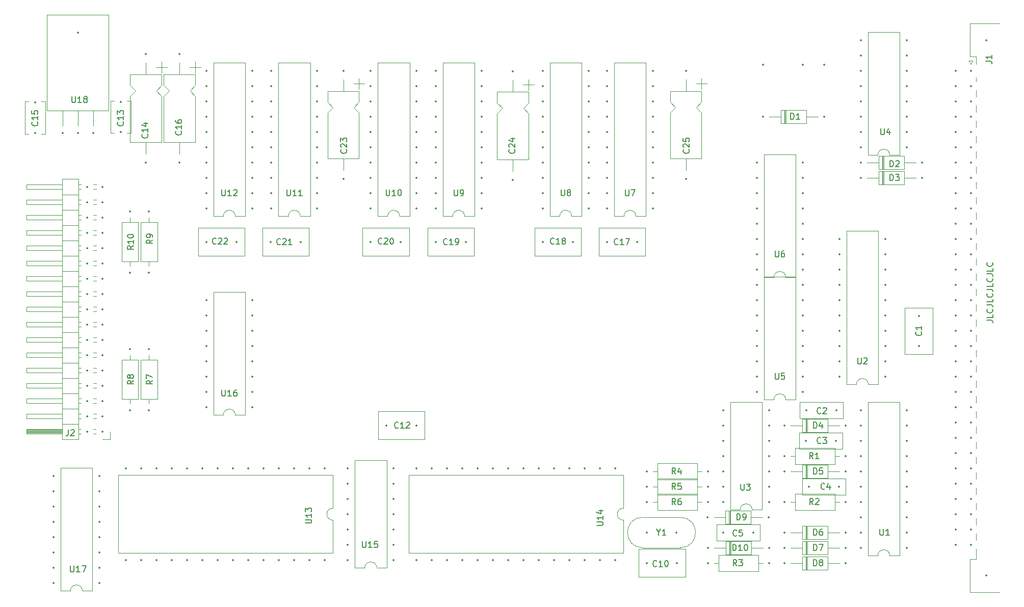
<source format=gto>
%TF.GenerationSoftware,KiCad,Pcbnew,8.0.6+1*%
%TF.CreationDate,2024-11-22T10:30:08+01:00*%
%TF.ProjectId,ql_trump_v2_disk_interface,716c5f74-7275-46d7-905f-76325f646973,01*%
%TF.SameCoordinates,Original*%
%TF.FileFunction,Legend,Top*%
%TF.FilePolarity,Positive*%
%FSLAX46Y46*%
G04 Gerber Fmt 4.6, Leading zero omitted, Abs format (unit mm)*
G04 Created by KiCad (PCBNEW 8.0.6+1) date 2024-11-22 10:30:08*
%MOMM*%
%LPD*%
G01*
G04 APERTURE LIST*
%ADD10C,0.150000*%
%ADD11C,0.120000*%
%ADD12C,0.350000*%
G04 APERTURE END LIST*
D10*
X198971819Y-95932048D02*
X199686104Y-95932048D01*
X199686104Y-95932048D02*
X199828961Y-95979667D01*
X199828961Y-95979667D02*
X199924200Y-96074905D01*
X199924200Y-96074905D02*
X199971819Y-96217762D01*
X199971819Y-96217762D02*
X199971819Y-96313000D01*
X199971819Y-94979667D02*
X199971819Y-95455857D01*
X199971819Y-95455857D02*
X198971819Y-95455857D01*
X199876580Y-94074905D02*
X199924200Y-94122524D01*
X199924200Y-94122524D02*
X199971819Y-94265381D01*
X199971819Y-94265381D02*
X199971819Y-94360619D01*
X199971819Y-94360619D02*
X199924200Y-94503476D01*
X199924200Y-94503476D02*
X199828961Y-94598714D01*
X199828961Y-94598714D02*
X199733723Y-94646333D01*
X199733723Y-94646333D02*
X199543247Y-94693952D01*
X199543247Y-94693952D02*
X199400390Y-94693952D01*
X199400390Y-94693952D02*
X199209914Y-94646333D01*
X199209914Y-94646333D02*
X199114676Y-94598714D01*
X199114676Y-94598714D02*
X199019438Y-94503476D01*
X199019438Y-94503476D02*
X198971819Y-94360619D01*
X198971819Y-94360619D02*
X198971819Y-94265381D01*
X198971819Y-94265381D02*
X199019438Y-94122524D01*
X199019438Y-94122524D02*
X199067057Y-94074905D01*
X198971819Y-93360619D02*
X199686104Y-93360619D01*
X199686104Y-93360619D02*
X199828961Y-93408238D01*
X199828961Y-93408238D02*
X199924200Y-93503476D01*
X199924200Y-93503476D02*
X199971819Y-93646333D01*
X199971819Y-93646333D02*
X199971819Y-93741571D01*
X199971819Y-92408238D02*
X199971819Y-92884428D01*
X199971819Y-92884428D02*
X198971819Y-92884428D01*
X199876580Y-91503476D02*
X199924200Y-91551095D01*
X199924200Y-91551095D02*
X199971819Y-91693952D01*
X199971819Y-91693952D02*
X199971819Y-91789190D01*
X199971819Y-91789190D02*
X199924200Y-91932047D01*
X199924200Y-91932047D02*
X199828961Y-92027285D01*
X199828961Y-92027285D02*
X199733723Y-92074904D01*
X199733723Y-92074904D02*
X199543247Y-92122523D01*
X199543247Y-92122523D02*
X199400390Y-92122523D01*
X199400390Y-92122523D02*
X199209914Y-92074904D01*
X199209914Y-92074904D02*
X199114676Y-92027285D01*
X199114676Y-92027285D02*
X199019438Y-91932047D01*
X199019438Y-91932047D02*
X198971819Y-91789190D01*
X198971819Y-91789190D02*
X198971819Y-91693952D01*
X198971819Y-91693952D02*
X199019438Y-91551095D01*
X199019438Y-91551095D02*
X199067057Y-91503476D01*
X198971819Y-90789190D02*
X199686104Y-90789190D01*
X199686104Y-90789190D02*
X199828961Y-90836809D01*
X199828961Y-90836809D02*
X199924200Y-90932047D01*
X199924200Y-90932047D02*
X199971819Y-91074904D01*
X199971819Y-91074904D02*
X199971819Y-91170142D01*
X199971819Y-89836809D02*
X199971819Y-90312999D01*
X199971819Y-90312999D02*
X198971819Y-90312999D01*
X199876580Y-88932047D02*
X199924200Y-88979666D01*
X199924200Y-88979666D02*
X199971819Y-89122523D01*
X199971819Y-89122523D02*
X199971819Y-89217761D01*
X199971819Y-89217761D02*
X199924200Y-89360618D01*
X199924200Y-89360618D02*
X199828961Y-89455856D01*
X199828961Y-89455856D02*
X199733723Y-89503475D01*
X199733723Y-89503475D02*
X199543247Y-89551094D01*
X199543247Y-89551094D02*
X199400390Y-89551094D01*
X199400390Y-89551094D02*
X199209914Y-89503475D01*
X199209914Y-89503475D02*
X199114676Y-89455856D01*
X199114676Y-89455856D02*
X199019438Y-89360618D01*
X199019438Y-89360618D02*
X198971819Y-89217761D01*
X198971819Y-89217761D02*
X198971819Y-89122523D01*
X198971819Y-89122523D02*
X199019438Y-88979666D01*
X199019438Y-88979666D02*
X199067057Y-88932047D01*
X198971819Y-88217761D02*
X199686104Y-88217761D01*
X199686104Y-88217761D02*
X199828961Y-88265380D01*
X199828961Y-88265380D02*
X199924200Y-88360618D01*
X199924200Y-88360618D02*
X199971819Y-88503475D01*
X199971819Y-88503475D02*
X199971819Y-88598713D01*
X199971819Y-87265380D02*
X199971819Y-87741570D01*
X199971819Y-87741570D02*
X198971819Y-87741570D01*
X199876580Y-86360618D02*
X199924200Y-86408237D01*
X199924200Y-86408237D02*
X199971819Y-86551094D01*
X199971819Y-86551094D02*
X199971819Y-86646332D01*
X199971819Y-86646332D02*
X199924200Y-86789189D01*
X199924200Y-86789189D02*
X199828961Y-86884427D01*
X199828961Y-86884427D02*
X199733723Y-86932046D01*
X199733723Y-86932046D02*
X199543247Y-86979665D01*
X199543247Y-86979665D02*
X199400390Y-86979665D01*
X199400390Y-86979665D02*
X199209914Y-86932046D01*
X199209914Y-86932046D02*
X199114676Y-86884427D01*
X199114676Y-86884427D02*
X199019438Y-86789189D01*
X199019438Y-86789189D02*
X198971819Y-86646332D01*
X198971819Y-86646332D02*
X198971819Y-86551094D01*
X198971819Y-86551094D02*
X199019438Y-86408237D01*
X199019438Y-86408237D02*
X199067057Y-86360618D01*
X198844819Y-52911333D02*
X199559104Y-52911333D01*
X199559104Y-52911333D02*
X199701961Y-52958952D01*
X199701961Y-52958952D02*
X199797200Y-53054190D01*
X199797200Y-53054190D02*
X199844819Y-53197047D01*
X199844819Y-53197047D02*
X199844819Y-53292285D01*
X199844819Y-51911333D02*
X199844819Y-52482761D01*
X199844819Y-52197047D02*
X198844819Y-52197047D01*
X198844819Y-52197047D02*
X198987676Y-52292285D01*
X198987676Y-52292285D02*
X199082914Y-52387523D01*
X199082914Y-52387523D02*
X199130533Y-52482761D01*
X47021905Y-58763819D02*
X47021905Y-59573342D01*
X47021905Y-59573342D02*
X47069524Y-59668580D01*
X47069524Y-59668580D02*
X47117143Y-59716200D01*
X47117143Y-59716200D02*
X47212381Y-59763819D01*
X47212381Y-59763819D02*
X47402857Y-59763819D01*
X47402857Y-59763819D02*
X47498095Y-59716200D01*
X47498095Y-59716200D02*
X47545714Y-59668580D01*
X47545714Y-59668580D02*
X47593333Y-59573342D01*
X47593333Y-59573342D02*
X47593333Y-58763819D01*
X48593333Y-59763819D02*
X48021905Y-59763819D01*
X48307619Y-59763819D02*
X48307619Y-58763819D01*
X48307619Y-58763819D02*
X48212381Y-58906676D01*
X48212381Y-58906676D02*
X48117143Y-59001914D01*
X48117143Y-59001914D02*
X48021905Y-59049533D01*
X49164762Y-59192390D02*
X49069524Y-59144771D01*
X49069524Y-59144771D02*
X49021905Y-59097152D01*
X49021905Y-59097152D02*
X48974286Y-59001914D01*
X48974286Y-59001914D02*
X48974286Y-58954295D01*
X48974286Y-58954295D02*
X49021905Y-58859057D01*
X49021905Y-58859057D02*
X49069524Y-58811438D01*
X49069524Y-58811438D02*
X49164762Y-58763819D01*
X49164762Y-58763819D02*
X49355238Y-58763819D01*
X49355238Y-58763819D02*
X49450476Y-58811438D01*
X49450476Y-58811438D02*
X49498095Y-58859057D01*
X49498095Y-58859057D02*
X49545714Y-58954295D01*
X49545714Y-58954295D02*
X49545714Y-59001914D01*
X49545714Y-59001914D02*
X49498095Y-59097152D01*
X49498095Y-59097152D02*
X49450476Y-59144771D01*
X49450476Y-59144771D02*
X49355238Y-59192390D01*
X49355238Y-59192390D02*
X49164762Y-59192390D01*
X49164762Y-59192390D02*
X49069524Y-59240009D01*
X49069524Y-59240009D02*
X49021905Y-59287628D01*
X49021905Y-59287628D02*
X48974286Y-59382866D01*
X48974286Y-59382866D02*
X48974286Y-59573342D01*
X48974286Y-59573342D02*
X49021905Y-59668580D01*
X49021905Y-59668580D02*
X49069524Y-59716200D01*
X49069524Y-59716200D02*
X49164762Y-59763819D01*
X49164762Y-59763819D02*
X49355238Y-59763819D01*
X49355238Y-59763819D02*
X49450476Y-59716200D01*
X49450476Y-59716200D02*
X49498095Y-59668580D01*
X49498095Y-59668580D02*
X49545714Y-59573342D01*
X49545714Y-59573342D02*
X49545714Y-59382866D01*
X49545714Y-59382866D02*
X49498095Y-59287628D01*
X49498095Y-59287628D02*
X49450476Y-59240009D01*
X49450476Y-59240009D02*
X49355238Y-59192390D01*
X163830095Y-84417819D02*
X163830095Y-85227342D01*
X163830095Y-85227342D02*
X163877714Y-85322580D01*
X163877714Y-85322580D02*
X163925333Y-85370200D01*
X163925333Y-85370200D02*
X164020571Y-85417819D01*
X164020571Y-85417819D02*
X164211047Y-85417819D01*
X164211047Y-85417819D02*
X164306285Y-85370200D01*
X164306285Y-85370200D02*
X164353904Y-85322580D01*
X164353904Y-85322580D02*
X164401523Y-85227342D01*
X164401523Y-85227342D02*
X164401523Y-84417819D01*
X165306285Y-84417819D02*
X165115809Y-84417819D01*
X165115809Y-84417819D02*
X165020571Y-84465438D01*
X165020571Y-84465438D02*
X164972952Y-84513057D01*
X164972952Y-84513057D02*
X164877714Y-84655914D01*
X164877714Y-84655914D02*
X164830095Y-84846390D01*
X164830095Y-84846390D02*
X164830095Y-85227342D01*
X164830095Y-85227342D02*
X164877714Y-85322580D01*
X164877714Y-85322580D02*
X164925333Y-85370200D01*
X164925333Y-85370200D02*
X165020571Y-85417819D01*
X165020571Y-85417819D02*
X165211047Y-85417819D01*
X165211047Y-85417819D02*
X165306285Y-85370200D01*
X165306285Y-85370200D02*
X165353904Y-85322580D01*
X165353904Y-85322580D02*
X165401523Y-85227342D01*
X165401523Y-85227342D02*
X165401523Y-84989247D01*
X165401523Y-84989247D02*
X165353904Y-84894009D01*
X165353904Y-84894009D02*
X165306285Y-84846390D01*
X165306285Y-84846390D02*
X165211047Y-84798771D01*
X165211047Y-84798771D02*
X165020571Y-84798771D01*
X165020571Y-84798771D02*
X164925333Y-84846390D01*
X164925333Y-84846390D02*
X164877714Y-84894009D01*
X164877714Y-84894009D02*
X164830095Y-84989247D01*
X171410333Y-116310580D02*
X171362714Y-116358200D01*
X171362714Y-116358200D02*
X171219857Y-116405819D01*
X171219857Y-116405819D02*
X171124619Y-116405819D01*
X171124619Y-116405819D02*
X170981762Y-116358200D01*
X170981762Y-116358200D02*
X170886524Y-116262961D01*
X170886524Y-116262961D02*
X170838905Y-116167723D01*
X170838905Y-116167723D02*
X170791286Y-115977247D01*
X170791286Y-115977247D02*
X170791286Y-115834390D01*
X170791286Y-115834390D02*
X170838905Y-115643914D01*
X170838905Y-115643914D02*
X170886524Y-115548676D01*
X170886524Y-115548676D02*
X170981762Y-115453438D01*
X170981762Y-115453438D02*
X171124619Y-115405819D01*
X171124619Y-115405819D02*
X171219857Y-115405819D01*
X171219857Y-115405819D02*
X171362714Y-115453438D01*
X171362714Y-115453438D02*
X171410333Y-115501057D01*
X171743667Y-115405819D02*
X172362714Y-115405819D01*
X172362714Y-115405819D02*
X172029381Y-115786771D01*
X172029381Y-115786771D02*
X172172238Y-115786771D01*
X172172238Y-115786771D02*
X172267476Y-115834390D01*
X172267476Y-115834390D02*
X172315095Y-115882009D01*
X172315095Y-115882009D02*
X172362714Y-115977247D01*
X172362714Y-115977247D02*
X172362714Y-116215342D01*
X172362714Y-116215342D02*
X172315095Y-116310580D01*
X172315095Y-116310580D02*
X172267476Y-116358200D01*
X172267476Y-116358200D02*
X172172238Y-116405819D01*
X172172238Y-116405819D02*
X171886524Y-116405819D01*
X171886524Y-116405819D02*
X171791286Y-116358200D01*
X171791286Y-116358200D02*
X171743667Y-116310580D01*
X41253580Y-62999857D02*
X41301200Y-63047476D01*
X41301200Y-63047476D02*
X41348819Y-63190333D01*
X41348819Y-63190333D02*
X41348819Y-63285571D01*
X41348819Y-63285571D02*
X41301200Y-63428428D01*
X41301200Y-63428428D02*
X41205961Y-63523666D01*
X41205961Y-63523666D02*
X41110723Y-63571285D01*
X41110723Y-63571285D02*
X40920247Y-63618904D01*
X40920247Y-63618904D02*
X40777390Y-63618904D01*
X40777390Y-63618904D02*
X40586914Y-63571285D01*
X40586914Y-63571285D02*
X40491676Y-63523666D01*
X40491676Y-63523666D02*
X40396438Y-63428428D01*
X40396438Y-63428428D02*
X40348819Y-63285571D01*
X40348819Y-63285571D02*
X40348819Y-63190333D01*
X40348819Y-63190333D02*
X40396438Y-63047476D01*
X40396438Y-63047476D02*
X40444057Y-62999857D01*
X41348819Y-62047476D02*
X41348819Y-62618904D01*
X41348819Y-62333190D02*
X40348819Y-62333190D01*
X40348819Y-62333190D02*
X40491676Y-62428428D01*
X40491676Y-62428428D02*
X40586914Y-62523666D01*
X40586914Y-62523666D02*
X40634533Y-62618904D01*
X40348819Y-61142714D02*
X40348819Y-61618904D01*
X40348819Y-61618904D02*
X40825009Y-61666523D01*
X40825009Y-61666523D02*
X40777390Y-61618904D01*
X40777390Y-61618904D02*
X40729771Y-61523666D01*
X40729771Y-61523666D02*
X40729771Y-61285571D01*
X40729771Y-61285571D02*
X40777390Y-61190333D01*
X40777390Y-61190333D02*
X40825009Y-61142714D01*
X40825009Y-61142714D02*
X40920247Y-61095095D01*
X40920247Y-61095095D02*
X41158342Y-61095095D01*
X41158342Y-61095095D02*
X41253580Y-61142714D01*
X41253580Y-61142714D02*
X41301200Y-61190333D01*
X41301200Y-61190333D02*
X41348819Y-61285571D01*
X41348819Y-61285571D02*
X41348819Y-61523666D01*
X41348819Y-61523666D02*
X41301200Y-61618904D01*
X41301200Y-61618904D02*
X41253580Y-61666523D01*
X149457580Y-67571857D02*
X149505200Y-67619476D01*
X149505200Y-67619476D02*
X149552819Y-67762333D01*
X149552819Y-67762333D02*
X149552819Y-67857571D01*
X149552819Y-67857571D02*
X149505200Y-68000428D01*
X149505200Y-68000428D02*
X149409961Y-68095666D01*
X149409961Y-68095666D02*
X149314723Y-68143285D01*
X149314723Y-68143285D02*
X149124247Y-68190904D01*
X149124247Y-68190904D02*
X148981390Y-68190904D01*
X148981390Y-68190904D02*
X148790914Y-68143285D01*
X148790914Y-68143285D02*
X148695676Y-68095666D01*
X148695676Y-68095666D02*
X148600438Y-68000428D01*
X148600438Y-68000428D02*
X148552819Y-67857571D01*
X148552819Y-67857571D02*
X148552819Y-67762333D01*
X148552819Y-67762333D02*
X148600438Y-67619476D01*
X148600438Y-67619476D02*
X148648057Y-67571857D01*
X148648057Y-67190904D02*
X148600438Y-67143285D01*
X148600438Y-67143285D02*
X148552819Y-67048047D01*
X148552819Y-67048047D02*
X148552819Y-66809952D01*
X148552819Y-66809952D02*
X148600438Y-66714714D01*
X148600438Y-66714714D02*
X148648057Y-66667095D01*
X148648057Y-66667095D02*
X148743295Y-66619476D01*
X148743295Y-66619476D02*
X148838533Y-66619476D01*
X148838533Y-66619476D02*
X148981390Y-66667095D01*
X148981390Y-66667095D02*
X149552819Y-67238523D01*
X149552819Y-67238523D02*
X149552819Y-66619476D01*
X148552819Y-65714714D02*
X148552819Y-66190904D01*
X148552819Y-66190904D02*
X149029009Y-66238523D01*
X149029009Y-66238523D02*
X148981390Y-66190904D01*
X148981390Y-66190904D02*
X148933771Y-66095666D01*
X148933771Y-66095666D02*
X148933771Y-65857571D01*
X148933771Y-65857571D02*
X148981390Y-65762333D01*
X148981390Y-65762333D02*
X149029009Y-65714714D01*
X149029009Y-65714714D02*
X149124247Y-65667095D01*
X149124247Y-65667095D02*
X149362342Y-65667095D01*
X149362342Y-65667095D02*
X149457580Y-65714714D01*
X149457580Y-65714714D02*
X149505200Y-65762333D01*
X149505200Y-65762333D02*
X149552819Y-65857571D01*
X149552819Y-65857571D02*
X149552819Y-66095666D01*
X149552819Y-66095666D02*
X149505200Y-66190904D01*
X149505200Y-66190904D02*
X149457580Y-66238523D01*
X99208905Y-74252819D02*
X99208905Y-75062342D01*
X99208905Y-75062342D02*
X99256524Y-75157580D01*
X99256524Y-75157580D02*
X99304143Y-75205200D01*
X99304143Y-75205200D02*
X99399381Y-75252819D01*
X99399381Y-75252819D02*
X99589857Y-75252819D01*
X99589857Y-75252819D02*
X99685095Y-75205200D01*
X99685095Y-75205200D02*
X99732714Y-75157580D01*
X99732714Y-75157580D02*
X99780333Y-75062342D01*
X99780333Y-75062342D02*
X99780333Y-74252819D01*
X100780333Y-75252819D02*
X100208905Y-75252819D01*
X100494619Y-75252819D02*
X100494619Y-74252819D01*
X100494619Y-74252819D02*
X100399381Y-74395676D01*
X100399381Y-74395676D02*
X100304143Y-74490914D01*
X100304143Y-74490914D02*
X100208905Y-74538533D01*
X101399381Y-74252819D02*
X101494619Y-74252819D01*
X101494619Y-74252819D02*
X101589857Y-74300438D01*
X101589857Y-74300438D02*
X101637476Y-74348057D01*
X101637476Y-74348057D02*
X101685095Y-74443295D01*
X101685095Y-74443295D02*
X101732714Y-74633771D01*
X101732714Y-74633771D02*
X101732714Y-74871866D01*
X101732714Y-74871866D02*
X101685095Y-75062342D01*
X101685095Y-75062342D02*
X101637476Y-75157580D01*
X101637476Y-75157580D02*
X101589857Y-75205200D01*
X101589857Y-75205200D02*
X101494619Y-75252819D01*
X101494619Y-75252819D02*
X101399381Y-75252819D01*
X101399381Y-75252819D02*
X101304143Y-75205200D01*
X101304143Y-75205200D02*
X101256524Y-75157580D01*
X101256524Y-75157580D02*
X101208905Y-75062342D01*
X101208905Y-75062342D02*
X101161286Y-74871866D01*
X101161286Y-74871866D02*
X101161286Y-74633771D01*
X101161286Y-74633771D02*
X101208905Y-74443295D01*
X101208905Y-74443295D02*
X101256524Y-74348057D01*
X101256524Y-74348057D02*
X101304143Y-74300438D01*
X101304143Y-74300438D02*
X101399381Y-74252819D01*
X147280333Y-121485819D02*
X146947000Y-121009628D01*
X146708905Y-121485819D02*
X146708905Y-120485819D01*
X146708905Y-120485819D02*
X147089857Y-120485819D01*
X147089857Y-120485819D02*
X147185095Y-120533438D01*
X147185095Y-120533438D02*
X147232714Y-120581057D01*
X147232714Y-120581057D02*
X147280333Y-120676295D01*
X147280333Y-120676295D02*
X147280333Y-120819152D01*
X147280333Y-120819152D02*
X147232714Y-120914390D01*
X147232714Y-120914390D02*
X147185095Y-120962009D01*
X147185095Y-120962009D02*
X147089857Y-121009628D01*
X147089857Y-121009628D02*
X146708905Y-121009628D01*
X148137476Y-120819152D02*
X148137476Y-121485819D01*
X147899381Y-120438200D02*
X147661286Y-121152485D01*
X147661286Y-121152485D02*
X148280333Y-121152485D01*
X177546095Y-102197819D02*
X177546095Y-103007342D01*
X177546095Y-103007342D02*
X177593714Y-103102580D01*
X177593714Y-103102580D02*
X177641333Y-103150200D01*
X177641333Y-103150200D02*
X177736571Y-103197819D01*
X177736571Y-103197819D02*
X177927047Y-103197819D01*
X177927047Y-103197819D02*
X178022285Y-103150200D01*
X178022285Y-103150200D02*
X178069904Y-103102580D01*
X178069904Y-103102580D02*
X178117523Y-103007342D01*
X178117523Y-103007342D02*
X178117523Y-102197819D01*
X178546095Y-102293057D02*
X178593714Y-102245438D01*
X178593714Y-102245438D02*
X178688952Y-102197819D01*
X178688952Y-102197819D02*
X178927047Y-102197819D01*
X178927047Y-102197819D02*
X179022285Y-102245438D01*
X179022285Y-102245438D02*
X179069904Y-102293057D01*
X179069904Y-102293057D02*
X179117523Y-102388295D01*
X179117523Y-102388295D02*
X179117523Y-102483533D01*
X179117523Y-102483533D02*
X179069904Y-102626390D01*
X179069904Y-102626390D02*
X178498476Y-103197819D01*
X178498476Y-103197819D02*
X179117523Y-103197819D01*
X138938095Y-74257819D02*
X138938095Y-75067342D01*
X138938095Y-75067342D02*
X138985714Y-75162580D01*
X138985714Y-75162580D02*
X139033333Y-75210200D01*
X139033333Y-75210200D02*
X139128571Y-75257819D01*
X139128571Y-75257819D02*
X139319047Y-75257819D01*
X139319047Y-75257819D02*
X139414285Y-75210200D01*
X139414285Y-75210200D02*
X139461904Y-75162580D01*
X139461904Y-75162580D02*
X139509523Y-75067342D01*
X139509523Y-75067342D02*
X139509523Y-74257819D01*
X139890476Y-74257819D02*
X140557142Y-74257819D01*
X140557142Y-74257819D02*
X140128571Y-75257819D01*
X134201819Y-130016094D02*
X135011342Y-130016094D01*
X135011342Y-130016094D02*
X135106580Y-129968475D01*
X135106580Y-129968475D02*
X135154200Y-129920856D01*
X135154200Y-129920856D02*
X135201819Y-129825618D01*
X135201819Y-129825618D02*
X135201819Y-129635142D01*
X135201819Y-129635142D02*
X135154200Y-129539904D01*
X135154200Y-129539904D02*
X135106580Y-129492285D01*
X135106580Y-129492285D02*
X135011342Y-129444666D01*
X135011342Y-129444666D02*
X134201819Y-129444666D01*
X135201819Y-128444666D02*
X135201819Y-129016094D01*
X135201819Y-128730380D02*
X134201819Y-128730380D01*
X134201819Y-128730380D02*
X134344676Y-128825618D01*
X134344676Y-128825618D02*
X134439914Y-128920856D01*
X134439914Y-128920856D02*
X134487533Y-129016094D01*
X134535152Y-127587523D02*
X135201819Y-127587523D01*
X134154200Y-127825618D02*
X134868485Y-128063713D01*
X134868485Y-128063713D02*
X134868485Y-127444666D01*
X170203905Y-136725819D02*
X170203905Y-135725819D01*
X170203905Y-135725819D02*
X170442000Y-135725819D01*
X170442000Y-135725819D02*
X170584857Y-135773438D01*
X170584857Y-135773438D02*
X170680095Y-135868676D01*
X170680095Y-135868676D02*
X170727714Y-135963914D01*
X170727714Y-135963914D02*
X170775333Y-136154390D01*
X170775333Y-136154390D02*
X170775333Y-136297247D01*
X170775333Y-136297247D02*
X170727714Y-136487723D01*
X170727714Y-136487723D02*
X170680095Y-136582961D01*
X170680095Y-136582961D02*
X170584857Y-136678200D01*
X170584857Y-136678200D02*
X170442000Y-136725819D01*
X170442000Y-136725819D02*
X170203905Y-136725819D01*
X171346762Y-136154390D02*
X171251524Y-136106771D01*
X171251524Y-136106771D02*
X171203905Y-136059152D01*
X171203905Y-136059152D02*
X171156286Y-135963914D01*
X171156286Y-135963914D02*
X171156286Y-135916295D01*
X171156286Y-135916295D02*
X171203905Y-135821057D01*
X171203905Y-135821057D02*
X171251524Y-135773438D01*
X171251524Y-135773438D02*
X171346762Y-135725819D01*
X171346762Y-135725819D02*
X171537238Y-135725819D01*
X171537238Y-135725819D02*
X171632476Y-135773438D01*
X171632476Y-135773438D02*
X171680095Y-135821057D01*
X171680095Y-135821057D02*
X171727714Y-135916295D01*
X171727714Y-135916295D02*
X171727714Y-135963914D01*
X171727714Y-135963914D02*
X171680095Y-136059152D01*
X171680095Y-136059152D02*
X171632476Y-136106771D01*
X171632476Y-136106771D02*
X171537238Y-136154390D01*
X171537238Y-136154390D02*
X171346762Y-136154390D01*
X171346762Y-136154390D02*
X171251524Y-136202009D01*
X171251524Y-136202009D02*
X171203905Y-136249628D01*
X171203905Y-136249628D02*
X171156286Y-136344866D01*
X171156286Y-136344866D02*
X171156286Y-136535342D01*
X171156286Y-136535342D02*
X171203905Y-136630580D01*
X171203905Y-136630580D02*
X171251524Y-136678200D01*
X171251524Y-136678200D02*
X171346762Y-136725819D01*
X171346762Y-136725819D02*
X171537238Y-136725819D01*
X171537238Y-136725819D02*
X171632476Y-136678200D01*
X171632476Y-136678200D02*
X171680095Y-136630580D01*
X171680095Y-136630580D02*
X171727714Y-136535342D01*
X171727714Y-136535342D02*
X171727714Y-136344866D01*
X171727714Y-136344866D02*
X171680095Y-136249628D01*
X171680095Y-136249628D02*
X171632476Y-136202009D01*
X171632476Y-136202009D02*
X171537238Y-136154390D01*
X144467809Y-131169628D02*
X144467809Y-131645819D01*
X144134476Y-130645819D02*
X144467809Y-131169628D01*
X144467809Y-131169628D02*
X144801142Y-130645819D01*
X145658285Y-131645819D02*
X145086857Y-131645819D01*
X145372571Y-131645819D02*
X145372571Y-130645819D01*
X145372571Y-130645819D02*
X145277333Y-130788676D01*
X145277333Y-130788676D02*
X145182095Y-130883914D01*
X145182095Y-130883914D02*
X145086857Y-130931533D01*
X156773714Y-134185819D02*
X156773714Y-133185819D01*
X156773714Y-133185819D02*
X157011809Y-133185819D01*
X157011809Y-133185819D02*
X157154666Y-133233438D01*
X157154666Y-133233438D02*
X157249904Y-133328676D01*
X157249904Y-133328676D02*
X157297523Y-133423914D01*
X157297523Y-133423914D02*
X157345142Y-133614390D01*
X157345142Y-133614390D02*
X157345142Y-133757247D01*
X157345142Y-133757247D02*
X157297523Y-133947723D01*
X157297523Y-133947723D02*
X157249904Y-134042961D01*
X157249904Y-134042961D02*
X157154666Y-134138200D01*
X157154666Y-134138200D02*
X157011809Y-134185819D01*
X157011809Y-134185819D02*
X156773714Y-134185819D01*
X158297523Y-134185819D02*
X157726095Y-134185819D01*
X158011809Y-134185819D02*
X158011809Y-133185819D01*
X158011809Y-133185819D02*
X157916571Y-133328676D01*
X157916571Y-133328676D02*
X157821333Y-133423914D01*
X157821333Y-133423914D02*
X157726095Y-133471533D01*
X158916571Y-133185819D02*
X159011809Y-133185819D01*
X159011809Y-133185819D02*
X159107047Y-133233438D01*
X159107047Y-133233438D02*
X159154666Y-133281057D01*
X159154666Y-133281057D02*
X159202285Y-133376295D01*
X159202285Y-133376295D02*
X159249904Y-133566771D01*
X159249904Y-133566771D02*
X159249904Y-133804866D01*
X159249904Y-133804866D02*
X159202285Y-133995342D01*
X159202285Y-133995342D02*
X159154666Y-134090580D01*
X159154666Y-134090580D02*
X159107047Y-134138200D01*
X159107047Y-134138200D02*
X159011809Y-134185819D01*
X159011809Y-134185819D02*
X158916571Y-134185819D01*
X158916571Y-134185819D02*
X158821333Y-134138200D01*
X158821333Y-134138200D02*
X158773714Y-134090580D01*
X158773714Y-134090580D02*
X158726095Y-133995342D01*
X158726095Y-133995342D02*
X158678476Y-133804866D01*
X158678476Y-133804866D02*
X158678476Y-133566771D01*
X158678476Y-133566771D02*
X158726095Y-133376295D01*
X158726095Y-133376295D02*
X158773714Y-133281057D01*
X158773714Y-133281057D02*
X158821333Y-133233438D01*
X158821333Y-133233438D02*
X158916571Y-133185819D01*
X46402666Y-114135819D02*
X46402666Y-114850104D01*
X46402666Y-114850104D02*
X46355047Y-114992961D01*
X46355047Y-114992961D02*
X46259809Y-115088200D01*
X46259809Y-115088200D02*
X46116952Y-115135819D01*
X46116952Y-115135819D02*
X46021714Y-115135819D01*
X46831238Y-114231057D02*
X46878857Y-114183438D01*
X46878857Y-114183438D02*
X46974095Y-114135819D01*
X46974095Y-114135819D02*
X47212190Y-114135819D01*
X47212190Y-114135819D02*
X47307428Y-114183438D01*
X47307428Y-114183438D02*
X47355047Y-114231057D01*
X47355047Y-114231057D02*
X47402666Y-114326295D01*
X47402666Y-114326295D02*
X47402666Y-114421533D01*
X47402666Y-114421533D02*
X47355047Y-114564390D01*
X47355047Y-114564390D02*
X46783619Y-115135819D01*
X46783619Y-115135819D02*
X47402666Y-115135819D01*
X157440333Y-136725819D02*
X157107000Y-136249628D01*
X156868905Y-136725819D02*
X156868905Y-135725819D01*
X156868905Y-135725819D02*
X157249857Y-135725819D01*
X157249857Y-135725819D02*
X157345095Y-135773438D01*
X157345095Y-135773438D02*
X157392714Y-135821057D01*
X157392714Y-135821057D02*
X157440333Y-135916295D01*
X157440333Y-135916295D02*
X157440333Y-136059152D01*
X157440333Y-136059152D02*
X157392714Y-136154390D01*
X157392714Y-136154390D02*
X157345095Y-136202009D01*
X157345095Y-136202009D02*
X157249857Y-136249628D01*
X157249857Y-136249628D02*
X156868905Y-136249628D01*
X157773667Y-135725819D02*
X158392714Y-135725819D01*
X158392714Y-135725819D02*
X158059381Y-136106771D01*
X158059381Y-136106771D02*
X158202238Y-136106771D01*
X158202238Y-136106771D02*
X158297476Y-136154390D01*
X158297476Y-136154390D02*
X158345095Y-136202009D01*
X158345095Y-136202009D02*
X158392714Y-136297247D01*
X158392714Y-136297247D02*
X158392714Y-136535342D01*
X158392714Y-136535342D02*
X158345095Y-136630580D01*
X158345095Y-136630580D02*
X158297476Y-136678200D01*
X158297476Y-136678200D02*
X158202238Y-136725819D01*
X158202238Y-136725819D02*
X157916524Y-136725819D01*
X157916524Y-136725819D02*
X157821286Y-136678200D01*
X157821286Y-136678200D02*
X157773667Y-136630580D01*
X55477580Y-62999857D02*
X55525200Y-63047476D01*
X55525200Y-63047476D02*
X55572819Y-63190333D01*
X55572819Y-63190333D02*
X55572819Y-63285571D01*
X55572819Y-63285571D02*
X55525200Y-63428428D01*
X55525200Y-63428428D02*
X55429961Y-63523666D01*
X55429961Y-63523666D02*
X55334723Y-63571285D01*
X55334723Y-63571285D02*
X55144247Y-63618904D01*
X55144247Y-63618904D02*
X55001390Y-63618904D01*
X55001390Y-63618904D02*
X54810914Y-63571285D01*
X54810914Y-63571285D02*
X54715676Y-63523666D01*
X54715676Y-63523666D02*
X54620438Y-63428428D01*
X54620438Y-63428428D02*
X54572819Y-63285571D01*
X54572819Y-63285571D02*
X54572819Y-63190333D01*
X54572819Y-63190333D02*
X54620438Y-63047476D01*
X54620438Y-63047476D02*
X54668057Y-62999857D01*
X55572819Y-62047476D02*
X55572819Y-62618904D01*
X55572819Y-62333190D02*
X54572819Y-62333190D01*
X54572819Y-62333190D02*
X54715676Y-62428428D01*
X54715676Y-62428428D02*
X54810914Y-62523666D01*
X54810914Y-62523666D02*
X54858533Y-62618904D01*
X54572819Y-61714142D02*
X54572819Y-61095095D01*
X54572819Y-61095095D02*
X54953771Y-61428428D01*
X54953771Y-61428428D02*
X54953771Y-61285571D01*
X54953771Y-61285571D02*
X55001390Y-61190333D01*
X55001390Y-61190333D02*
X55049009Y-61142714D01*
X55049009Y-61142714D02*
X55144247Y-61095095D01*
X55144247Y-61095095D02*
X55382342Y-61095095D01*
X55382342Y-61095095D02*
X55477580Y-61142714D01*
X55477580Y-61142714D02*
X55525200Y-61190333D01*
X55525200Y-61190333D02*
X55572819Y-61285571D01*
X55572819Y-61285571D02*
X55572819Y-61571285D01*
X55572819Y-61571285D02*
X55525200Y-61666523D01*
X55525200Y-61666523D02*
X55477580Y-61714142D01*
X98504142Y-83184580D02*
X98456523Y-83232200D01*
X98456523Y-83232200D02*
X98313666Y-83279819D01*
X98313666Y-83279819D02*
X98218428Y-83279819D01*
X98218428Y-83279819D02*
X98075571Y-83232200D01*
X98075571Y-83232200D02*
X97980333Y-83136961D01*
X97980333Y-83136961D02*
X97932714Y-83041723D01*
X97932714Y-83041723D02*
X97885095Y-82851247D01*
X97885095Y-82851247D02*
X97885095Y-82708390D01*
X97885095Y-82708390D02*
X97932714Y-82517914D01*
X97932714Y-82517914D02*
X97980333Y-82422676D01*
X97980333Y-82422676D02*
X98075571Y-82327438D01*
X98075571Y-82327438D02*
X98218428Y-82279819D01*
X98218428Y-82279819D02*
X98313666Y-82279819D01*
X98313666Y-82279819D02*
X98456523Y-82327438D01*
X98456523Y-82327438D02*
X98504142Y-82375057D01*
X98885095Y-82375057D02*
X98932714Y-82327438D01*
X98932714Y-82327438D02*
X99027952Y-82279819D01*
X99027952Y-82279819D02*
X99266047Y-82279819D01*
X99266047Y-82279819D02*
X99361285Y-82327438D01*
X99361285Y-82327438D02*
X99408904Y-82375057D01*
X99408904Y-82375057D02*
X99456523Y-82470295D01*
X99456523Y-82470295D02*
X99456523Y-82565533D01*
X99456523Y-82565533D02*
X99408904Y-82708390D01*
X99408904Y-82708390D02*
X98837476Y-83279819D01*
X98837476Y-83279819D02*
X99456523Y-83279819D01*
X100075571Y-82279819D02*
X100170809Y-82279819D01*
X100170809Y-82279819D02*
X100266047Y-82327438D01*
X100266047Y-82327438D02*
X100313666Y-82375057D01*
X100313666Y-82375057D02*
X100361285Y-82470295D01*
X100361285Y-82470295D02*
X100408904Y-82660771D01*
X100408904Y-82660771D02*
X100408904Y-82898866D01*
X100408904Y-82898866D02*
X100361285Y-83089342D01*
X100361285Y-83089342D02*
X100313666Y-83184580D01*
X100313666Y-83184580D02*
X100266047Y-83232200D01*
X100266047Y-83232200D02*
X100170809Y-83279819D01*
X100170809Y-83279819D02*
X100075571Y-83279819D01*
X100075571Y-83279819D02*
X99980333Y-83232200D01*
X99980333Y-83232200D02*
X99932714Y-83184580D01*
X99932714Y-83184580D02*
X99885095Y-83089342D01*
X99885095Y-83089342D02*
X99837476Y-82898866D01*
X99837476Y-82898866D02*
X99837476Y-82660771D01*
X99837476Y-82660771D02*
X99885095Y-82470295D01*
X99885095Y-82470295D02*
X99932714Y-82375057D01*
X99932714Y-82375057D02*
X99980333Y-82327438D01*
X99980333Y-82327438D02*
X100075571Y-82279819D01*
X85814819Y-129635094D02*
X86624342Y-129635094D01*
X86624342Y-129635094D02*
X86719580Y-129587475D01*
X86719580Y-129587475D02*
X86767200Y-129539856D01*
X86767200Y-129539856D02*
X86814819Y-129444618D01*
X86814819Y-129444618D02*
X86814819Y-129254142D01*
X86814819Y-129254142D02*
X86767200Y-129158904D01*
X86767200Y-129158904D02*
X86719580Y-129111285D01*
X86719580Y-129111285D02*
X86624342Y-129063666D01*
X86624342Y-129063666D02*
X85814819Y-129063666D01*
X86814819Y-128063666D02*
X86814819Y-128635094D01*
X86814819Y-128349380D02*
X85814819Y-128349380D01*
X85814819Y-128349380D02*
X85957676Y-128444618D01*
X85957676Y-128444618D02*
X86052914Y-128539856D01*
X86052914Y-128539856D02*
X86100533Y-128635094D01*
X85814819Y-127730332D02*
X85814819Y-127111285D01*
X85814819Y-127111285D02*
X86195771Y-127444618D01*
X86195771Y-127444618D02*
X86195771Y-127301761D01*
X86195771Y-127301761D02*
X86243390Y-127206523D01*
X86243390Y-127206523D02*
X86291009Y-127158904D01*
X86291009Y-127158904D02*
X86386247Y-127111285D01*
X86386247Y-127111285D02*
X86624342Y-127111285D01*
X86624342Y-127111285D02*
X86719580Y-127158904D01*
X86719580Y-127158904D02*
X86767200Y-127206523D01*
X86767200Y-127206523D02*
X86814819Y-127301761D01*
X86814819Y-127301761D02*
X86814819Y-127587475D01*
X86814819Y-127587475D02*
X86767200Y-127682713D01*
X86767200Y-127682713D02*
X86719580Y-127730332D01*
X137707142Y-83290580D02*
X137659523Y-83338200D01*
X137659523Y-83338200D02*
X137516666Y-83385819D01*
X137516666Y-83385819D02*
X137421428Y-83385819D01*
X137421428Y-83385819D02*
X137278571Y-83338200D01*
X137278571Y-83338200D02*
X137183333Y-83242961D01*
X137183333Y-83242961D02*
X137135714Y-83147723D01*
X137135714Y-83147723D02*
X137088095Y-82957247D01*
X137088095Y-82957247D02*
X137088095Y-82814390D01*
X137088095Y-82814390D02*
X137135714Y-82623914D01*
X137135714Y-82623914D02*
X137183333Y-82528676D01*
X137183333Y-82528676D02*
X137278571Y-82433438D01*
X137278571Y-82433438D02*
X137421428Y-82385819D01*
X137421428Y-82385819D02*
X137516666Y-82385819D01*
X137516666Y-82385819D02*
X137659523Y-82433438D01*
X137659523Y-82433438D02*
X137707142Y-82481057D01*
X138659523Y-83385819D02*
X138088095Y-83385819D01*
X138373809Y-83385819D02*
X138373809Y-82385819D01*
X138373809Y-82385819D02*
X138278571Y-82528676D01*
X138278571Y-82528676D02*
X138183333Y-82623914D01*
X138183333Y-82623914D02*
X138088095Y-82671533D01*
X138992857Y-82385819D02*
X139659523Y-82385819D01*
X139659523Y-82385819D02*
X139230952Y-83385819D01*
X101211142Y-113770580D02*
X101163523Y-113818200D01*
X101163523Y-113818200D02*
X101020666Y-113865819D01*
X101020666Y-113865819D02*
X100925428Y-113865819D01*
X100925428Y-113865819D02*
X100782571Y-113818200D01*
X100782571Y-113818200D02*
X100687333Y-113722961D01*
X100687333Y-113722961D02*
X100639714Y-113627723D01*
X100639714Y-113627723D02*
X100592095Y-113437247D01*
X100592095Y-113437247D02*
X100592095Y-113294390D01*
X100592095Y-113294390D02*
X100639714Y-113103914D01*
X100639714Y-113103914D02*
X100687333Y-113008676D01*
X100687333Y-113008676D02*
X100782571Y-112913438D01*
X100782571Y-112913438D02*
X100925428Y-112865819D01*
X100925428Y-112865819D02*
X101020666Y-112865819D01*
X101020666Y-112865819D02*
X101163523Y-112913438D01*
X101163523Y-112913438D02*
X101211142Y-112961057D01*
X102163523Y-113865819D02*
X101592095Y-113865819D01*
X101877809Y-113865819D02*
X101877809Y-112865819D01*
X101877809Y-112865819D02*
X101782571Y-113008676D01*
X101782571Y-113008676D02*
X101687333Y-113103914D01*
X101687333Y-113103914D02*
X101592095Y-113151533D01*
X102544476Y-112961057D02*
X102592095Y-112913438D01*
X102592095Y-112913438D02*
X102687333Y-112865819D01*
X102687333Y-112865819D02*
X102925428Y-112865819D01*
X102925428Y-112865819D02*
X103020666Y-112913438D01*
X103020666Y-112913438D02*
X103068285Y-112961057D01*
X103068285Y-112961057D02*
X103115904Y-113056295D01*
X103115904Y-113056295D02*
X103115904Y-113151533D01*
X103115904Y-113151533D02*
X103068285Y-113294390D01*
X103068285Y-113294390D02*
X102496857Y-113865819D01*
X102496857Y-113865819D02*
X103115904Y-113865819D01*
X182903905Y-70431819D02*
X182903905Y-69431819D01*
X182903905Y-69431819D02*
X183142000Y-69431819D01*
X183142000Y-69431819D02*
X183284857Y-69479438D01*
X183284857Y-69479438D02*
X183380095Y-69574676D01*
X183380095Y-69574676D02*
X183427714Y-69669914D01*
X183427714Y-69669914D02*
X183475333Y-69860390D01*
X183475333Y-69860390D02*
X183475333Y-70003247D01*
X183475333Y-70003247D02*
X183427714Y-70193723D01*
X183427714Y-70193723D02*
X183380095Y-70288961D01*
X183380095Y-70288961D02*
X183284857Y-70384200D01*
X183284857Y-70384200D02*
X183142000Y-70431819D01*
X183142000Y-70431819D02*
X182903905Y-70431819D01*
X183856286Y-69527057D02*
X183903905Y-69479438D01*
X183903905Y-69479438D02*
X183999143Y-69431819D01*
X183999143Y-69431819D02*
X184237238Y-69431819D01*
X184237238Y-69431819D02*
X184332476Y-69479438D01*
X184332476Y-69479438D02*
X184380095Y-69527057D01*
X184380095Y-69527057D02*
X184427714Y-69622295D01*
X184427714Y-69622295D02*
X184427714Y-69717533D01*
X184427714Y-69717533D02*
X184380095Y-69860390D01*
X184380095Y-69860390D02*
X183808667Y-70431819D01*
X183808667Y-70431819D02*
X184427714Y-70431819D01*
X147280333Y-126565819D02*
X146947000Y-126089628D01*
X146708905Y-126565819D02*
X146708905Y-125565819D01*
X146708905Y-125565819D02*
X147089857Y-125565819D01*
X147089857Y-125565819D02*
X147185095Y-125613438D01*
X147185095Y-125613438D02*
X147232714Y-125661057D01*
X147232714Y-125661057D02*
X147280333Y-125756295D01*
X147280333Y-125756295D02*
X147280333Y-125899152D01*
X147280333Y-125899152D02*
X147232714Y-125994390D01*
X147232714Y-125994390D02*
X147185095Y-126042009D01*
X147185095Y-126042009D02*
X147089857Y-126089628D01*
X147089857Y-126089628D02*
X146708905Y-126089628D01*
X148137476Y-125565819D02*
X147947000Y-125565819D01*
X147947000Y-125565819D02*
X147851762Y-125613438D01*
X147851762Y-125613438D02*
X147804143Y-125661057D01*
X147804143Y-125661057D02*
X147708905Y-125803914D01*
X147708905Y-125803914D02*
X147661286Y-125994390D01*
X147661286Y-125994390D02*
X147661286Y-126375342D01*
X147661286Y-126375342D02*
X147708905Y-126470580D01*
X147708905Y-126470580D02*
X147756524Y-126518200D01*
X147756524Y-126518200D02*
X147851762Y-126565819D01*
X147851762Y-126565819D02*
X148042238Y-126565819D01*
X148042238Y-126565819D02*
X148137476Y-126518200D01*
X148137476Y-126518200D02*
X148185095Y-126470580D01*
X148185095Y-126470580D02*
X148232714Y-126375342D01*
X148232714Y-126375342D02*
X148232714Y-126137247D01*
X148232714Y-126137247D02*
X148185095Y-126042009D01*
X148185095Y-126042009D02*
X148137476Y-125994390D01*
X148137476Y-125994390D02*
X148042238Y-125946771D01*
X148042238Y-125946771D02*
X147851762Y-125946771D01*
X147851762Y-125946771D02*
X147756524Y-125994390D01*
X147756524Y-125994390D02*
X147708905Y-126042009D01*
X147708905Y-126042009D02*
X147661286Y-126137247D01*
X65129580Y-64523857D02*
X65177200Y-64571476D01*
X65177200Y-64571476D02*
X65224819Y-64714333D01*
X65224819Y-64714333D02*
X65224819Y-64809571D01*
X65224819Y-64809571D02*
X65177200Y-64952428D01*
X65177200Y-64952428D02*
X65081961Y-65047666D01*
X65081961Y-65047666D02*
X64986723Y-65095285D01*
X64986723Y-65095285D02*
X64796247Y-65142904D01*
X64796247Y-65142904D02*
X64653390Y-65142904D01*
X64653390Y-65142904D02*
X64462914Y-65095285D01*
X64462914Y-65095285D02*
X64367676Y-65047666D01*
X64367676Y-65047666D02*
X64272438Y-64952428D01*
X64272438Y-64952428D02*
X64224819Y-64809571D01*
X64224819Y-64809571D02*
X64224819Y-64714333D01*
X64224819Y-64714333D02*
X64272438Y-64571476D01*
X64272438Y-64571476D02*
X64320057Y-64523857D01*
X65224819Y-63571476D02*
X65224819Y-64142904D01*
X65224819Y-63857190D02*
X64224819Y-63857190D01*
X64224819Y-63857190D02*
X64367676Y-63952428D01*
X64367676Y-63952428D02*
X64462914Y-64047666D01*
X64462914Y-64047666D02*
X64510533Y-64142904D01*
X64224819Y-62714333D02*
X64224819Y-62904809D01*
X64224819Y-62904809D02*
X64272438Y-63000047D01*
X64272438Y-63000047D02*
X64320057Y-63047666D01*
X64320057Y-63047666D02*
X64462914Y-63142904D01*
X64462914Y-63142904D02*
X64653390Y-63190523D01*
X64653390Y-63190523D02*
X65034342Y-63190523D01*
X65034342Y-63190523D02*
X65129580Y-63142904D01*
X65129580Y-63142904D02*
X65177200Y-63095285D01*
X65177200Y-63095285D02*
X65224819Y-63000047D01*
X65224819Y-63000047D02*
X65224819Y-62809571D01*
X65224819Y-62809571D02*
X65177200Y-62714333D01*
X65177200Y-62714333D02*
X65129580Y-62666714D01*
X65129580Y-62666714D02*
X65034342Y-62619095D01*
X65034342Y-62619095D02*
X64796247Y-62619095D01*
X64796247Y-62619095D02*
X64701009Y-62666714D01*
X64701009Y-62666714D02*
X64653390Y-62714333D01*
X64653390Y-62714333D02*
X64605771Y-62809571D01*
X64605771Y-62809571D02*
X64605771Y-63000047D01*
X64605771Y-63000047D02*
X64653390Y-63095285D01*
X64653390Y-63095285D02*
X64701009Y-63142904D01*
X64701009Y-63142904D02*
X64796247Y-63190523D01*
X181229095Y-130645819D02*
X181229095Y-131455342D01*
X181229095Y-131455342D02*
X181276714Y-131550580D01*
X181276714Y-131550580D02*
X181324333Y-131598200D01*
X181324333Y-131598200D02*
X181419571Y-131645819D01*
X181419571Y-131645819D02*
X181610047Y-131645819D01*
X181610047Y-131645819D02*
X181705285Y-131598200D01*
X181705285Y-131598200D02*
X181752904Y-131550580D01*
X181752904Y-131550580D02*
X181800523Y-131455342D01*
X181800523Y-131455342D02*
X181800523Y-130645819D01*
X182800523Y-131645819D02*
X182229095Y-131645819D01*
X182514809Y-131645819D02*
X182514809Y-130645819D01*
X182514809Y-130645819D02*
X182419571Y-130788676D01*
X182419571Y-130788676D02*
X182324333Y-130883914D01*
X182324333Y-130883914D02*
X182229095Y-130931533D01*
X128270095Y-74252819D02*
X128270095Y-75062342D01*
X128270095Y-75062342D02*
X128317714Y-75157580D01*
X128317714Y-75157580D02*
X128365333Y-75205200D01*
X128365333Y-75205200D02*
X128460571Y-75252819D01*
X128460571Y-75252819D02*
X128651047Y-75252819D01*
X128651047Y-75252819D02*
X128746285Y-75205200D01*
X128746285Y-75205200D02*
X128793904Y-75157580D01*
X128793904Y-75157580D02*
X128841523Y-75062342D01*
X128841523Y-75062342D02*
X128841523Y-74252819D01*
X129460571Y-74681390D02*
X129365333Y-74633771D01*
X129365333Y-74633771D02*
X129317714Y-74586152D01*
X129317714Y-74586152D02*
X129270095Y-74490914D01*
X129270095Y-74490914D02*
X129270095Y-74443295D01*
X129270095Y-74443295D02*
X129317714Y-74348057D01*
X129317714Y-74348057D02*
X129365333Y-74300438D01*
X129365333Y-74300438D02*
X129460571Y-74252819D01*
X129460571Y-74252819D02*
X129651047Y-74252819D01*
X129651047Y-74252819D02*
X129746285Y-74300438D01*
X129746285Y-74300438D02*
X129793904Y-74348057D01*
X129793904Y-74348057D02*
X129841523Y-74443295D01*
X129841523Y-74443295D02*
X129841523Y-74490914D01*
X129841523Y-74490914D02*
X129793904Y-74586152D01*
X129793904Y-74586152D02*
X129746285Y-74633771D01*
X129746285Y-74633771D02*
X129651047Y-74681390D01*
X129651047Y-74681390D02*
X129460571Y-74681390D01*
X129460571Y-74681390D02*
X129365333Y-74729009D01*
X129365333Y-74729009D02*
X129317714Y-74776628D01*
X129317714Y-74776628D02*
X129270095Y-74871866D01*
X129270095Y-74871866D02*
X129270095Y-75062342D01*
X129270095Y-75062342D02*
X129317714Y-75157580D01*
X129317714Y-75157580D02*
X129365333Y-75205200D01*
X129365333Y-75205200D02*
X129460571Y-75252819D01*
X129460571Y-75252819D02*
X129651047Y-75252819D01*
X129651047Y-75252819D02*
X129746285Y-75205200D01*
X129746285Y-75205200D02*
X129793904Y-75157580D01*
X129793904Y-75157580D02*
X129841523Y-75062342D01*
X129841523Y-75062342D02*
X129841523Y-74871866D01*
X129841523Y-74871866D02*
X129793904Y-74776628D01*
X129793904Y-74776628D02*
X129746285Y-74729009D01*
X129746285Y-74729009D02*
X129651047Y-74681390D01*
X166393905Y-62557819D02*
X166393905Y-61557819D01*
X166393905Y-61557819D02*
X166632000Y-61557819D01*
X166632000Y-61557819D02*
X166774857Y-61605438D01*
X166774857Y-61605438D02*
X166870095Y-61700676D01*
X166870095Y-61700676D02*
X166917714Y-61795914D01*
X166917714Y-61795914D02*
X166965333Y-61986390D01*
X166965333Y-61986390D02*
X166965333Y-62129247D01*
X166965333Y-62129247D02*
X166917714Y-62319723D01*
X166917714Y-62319723D02*
X166870095Y-62414961D01*
X166870095Y-62414961D02*
X166774857Y-62510200D01*
X166774857Y-62510200D02*
X166632000Y-62557819D01*
X166632000Y-62557819D02*
X166393905Y-62557819D01*
X167917714Y-62557819D02*
X167346286Y-62557819D01*
X167632000Y-62557819D02*
X167632000Y-61557819D01*
X167632000Y-61557819D02*
X167536762Y-61700676D01*
X167536762Y-61700676D02*
X167441524Y-61795914D01*
X167441524Y-61795914D02*
X167346286Y-61843533D01*
X81653142Y-83290580D02*
X81605523Y-83338200D01*
X81605523Y-83338200D02*
X81462666Y-83385819D01*
X81462666Y-83385819D02*
X81367428Y-83385819D01*
X81367428Y-83385819D02*
X81224571Y-83338200D01*
X81224571Y-83338200D02*
X81129333Y-83242961D01*
X81129333Y-83242961D02*
X81081714Y-83147723D01*
X81081714Y-83147723D02*
X81034095Y-82957247D01*
X81034095Y-82957247D02*
X81034095Y-82814390D01*
X81034095Y-82814390D02*
X81081714Y-82623914D01*
X81081714Y-82623914D02*
X81129333Y-82528676D01*
X81129333Y-82528676D02*
X81224571Y-82433438D01*
X81224571Y-82433438D02*
X81367428Y-82385819D01*
X81367428Y-82385819D02*
X81462666Y-82385819D01*
X81462666Y-82385819D02*
X81605523Y-82433438D01*
X81605523Y-82433438D02*
X81653142Y-82481057D01*
X82034095Y-82481057D02*
X82081714Y-82433438D01*
X82081714Y-82433438D02*
X82176952Y-82385819D01*
X82176952Y-82385819D02*
X82415047Y-82385819D01*
X82415047Y-82385819D02*
X82510285Y-82433438D01*
X82510285Y-82433438D02*
X82557904Y-82481057D01*
X82557904Y-82481057D02*
X82605523Y-82576295D01*
X82605523Y-82576295D02*
X82605523Y-82671533D01*
X82605523Y-82671533D02*
X82557904Y-82814390D01*
X82557904Y-82814390D02*
X81986476Y-83385819D01*
X81986476Y-83385819D02*
X82605523Y-83385819D01*
X83557904Y-83385819D02*
X82986476Y-83385819D01*
X83272190Y-83385819D02*
X83272190Y-82385819D01*
X83272190Y-82385819D02*
X83176952Y-82528676D01*
X83176952Y-82528676D02*
X83081714Y-82623914D01*
X83081714Y-82623914D02*
X82986476Y-82671533D01*
X170203905Y-134185819D02*
X170203905Y-133185819D01*
X170203905Y-133185819D02*
X170442000Y-133185819D01*
X170442000Y-133185819D02*
X170584857Y-133233438D01*
X170584857Y-133233438D02*
X170680095Y-133328676D01*
X170680095Y-133328676D02*
X170727714Y-133423914D01*
X170727714Y-133423914D02*
X170775333Y-133614390D01*
X170775333Y-133614390D02*
X170775333Y-133757247D01*
X170775333Y-133757247D02*
X170727714Y-133947723D01*
X170727714Y-133947723D02*
X170680095Y-134042961D01*
X170680095Y-134042961D02*
X170584857Y-134138200D01*
X170584857Y-134138200D02*
X170442000Y-134185819D01*
X170442000Y-134185819D02*
X170203905Y-134185819D01*
X171108667Y-133185819D02*
X171775333Y-133185819D01*
X171775333Y-133185819D02*
X171346762Y-134185819D01*
X92561580Y-67571857D02*
X92609200Y-67619476D01*
X92609200Y-67619476D02*
X92656819Y-67762333D01*
X92656819Y-67762333D02*
X92656819Y-67857571D01*
X92656819Y-67857571D02*
X92609200Y-68000428D01*
X92609200Y-68000428D02*
X92513961Y-68095666D01*
X92513961Y-68095666D02*
X92418723Y-68143285D01*
X92418723Y-68143285D02*
X92228247Y-68190904D01*
X92228247Y-68190904D02*
X92085390Y-68190904D01*
X92085390Y-68190904D02*
X91894914Y-68143285D01*
X91894914Y-68143285D02*
X91799676Y-68095666D01*
X91799676Y-68095666D02*
X91704438Y-68000428D01*
X91704438Y-68000428D02*
X91656819Y-67857571D01*
X91656819Y-67857571D02*
X91656819Y-67762333D01*
X91656819Y-67762333D02*
X91704438Y-67619476D01*
X91704438Y-67619476D02*
X91752057Y-67571857D01*
X91752057Y-67190904D02*
X91704438Y-67143285D01*
X91704438Y-67143285D02*
X91656819Y-67048047D01*
X91656819Y-67048047D02*
X91656819Y-66809952D01*
X91656819Y-66809952D02*
X91704438Y-66714714D01*
X91704438Y-66714714D02*
X91752057Y-66667095D01*
X91752057Y-66667095D02*
X91847295Y-66619476D01*
X91847295Y-66619476D02*
X91942533Y-66619476D01*
X91942533Y-66619476D02*
X92085390Y-66667095D01*
X92085390Y-66667095D02*
X92656819Y-67238523D01*
X92656819Y-67238523D02*
X92656819Y-66619476D01*
X91656819Y-66286142D02*
X91656819Y-65667095D01*
X91656819Y-65667095D02*
X92037771Y-66000428D01*
X92037771Y-66000428D02*
X92037771Y-65857571D01*
X92037771Y-65857571D02*
X92085390Y-65762333D01*
X92085390Y-65762333D02*
X92133009Y-65714714D01*
X92133009Y-65714714D02*
X92228247Y-65667095D01*
X92228247Y-65667095D02*
X92466342Y-65667095D01*
X92466342Y-65667095D02*
X92561580Y-65714714D01*
X92561580Y-65714714D02*
X92609200Y-65762333D01*
X92609200Y-65762333D02*
X92656819Y-65857571D01*
X92656819Y-65857571D02*
X92656819Y-66143285D01*
X92656819Y-66143285D02*
X92609200Y-66238523D01*
X92609200Y-66238523D02*
X92561580Y-66286142D01*
X71913905Y-107531819D02*
X71913905Y-108341342D01*
X71913905Y-108341342D02*
X71961524Y-108436580D01*
X71961524Y-108436580D02*
X72009143Y-108484200D01*
X72009143Y-108484200D02*
X72104381Y-108531819D01*
X72104381Y-108531819D02*
X72294857Y-108531819D01*
X72294857Y-108531819D02*
X72390095Y-108484200D01*
X72390095Y-108484200D02*
X72437714Y-108436580D01*
X72437714Y-108436580D02*
X72485333Y-108341342D01*
X72485333Y-108341342D02*
X72485333Y-107531819D01*
X73485333Y-108531819D02*
X72913905Y-108531819D01*
X73199619Y-108531819D02*
X73199619Y-107531819D01*
X73199619Y-107531819D02*
X73104381Y-107674676D01*
X73104381Y-107674676D02*
X73009143Y-107769914D01*
X73009143Y-107769914D02*
X72913905Y-107817533D01*
X74342476Y-107531819D02*
X74152000Y-107531819D01*
X74152000Y-107531819D02*
X74056762Y-107579438D01*
X74056762Y-107579438D02*
X74009143Y-107627057D01*
X74009143Y-107627057D02*
X73913905Y-107769914D01*
X73913905Y-107769914D02*
X73866286Y-107960390D01*
X73866286Y-107960390D02*
X73866286Y-108341342D01*
X73866286Y-108341342D02*
X73913905Y-108436580D01*
X73913905Y-108436580D02*
X73961524Y-108484200D01*
X73961524Y-108484200D02*
X74056762Y-108531819D01*
X74056762Y-108531819D02*
X74247238Y-108531819D01*
X74247238Y-108531819D02*
X74342476Y-108484200D01*
X74342476Y-108484200D02*
X74390095Y-108436580D01*
X74390095Y-108436580D02*
X74437714Y-108341342D01*
X74437714Y-108341342D02*
X74437714Y-108103247D01*
X74437714Y-108103247D02*
X74390095Y-108008009D01*
X74390095Y-108008009D02*
X74342476Y-107960390D01*
X74342476Y-107960390D02*
X74247238Y-107912771D01*
X74247238Y-107912771D02*
X74056762Y-107912771D01*
X74056762Y-107912771D02*
X73961524Y-107960390D01*
X73961524Y-107960390D02*
X73913905Y-108008009D01*
X73913905Y-108008009D02*
X73866286Y-108103247D01*
X170203905Y-121485819D02*
X170203905Y-120485819D01*
X170203905Y-120485819D02*
X170442000Y-120485819D01*
X170442000Y-120485819D02*
X170584857Y-120533438D01*
X170584857Y-120533438D02*
X170680095Y-120628676D01*
X170680095Y-120628676D02*
X170727714Y-120723914D01*
X170727714Y-120723914D02*
X170775333Y-120914390D01*
X170775333Y-120914390D02*
X170775333Y-121057247D01*
X170775333Y-121057247D02*
X170727714Y-121247723D01*
X170727714Y-121247723D02*
X170680095Y-121342961D01*
X170680095Y-121342961D02*
X170584857Y-121438200D01*
X170584857Y-121438200D02*
X170442000Y-121485819D01*
X170442000Y-121485819D02*
X170203905Y-121485819D01*
X171680095Y-120485819D02*
X171203905Y-120485819D01*
X171203905Y-120485819D02*
X171156286Y-120962009D01*
X171156286Y-120962009D02*
X171203905Y-120914390D01*
X171203905Y-120914390D02*
X171299143Y-120866771D01*
X171299143Y-120866771D02*
X171537238Y-120866771D01*
X171537238Y-120866771D02*
X171632476Y-120914390D01*
X171632476Y-120914390D02*
X171680095Y-120962009D01*
X171680095Y-120962009D02*
X171727714Y-121057247D01*
X171727714Y-121057247D02*
X171727714Y-121295342D01*
X171727714Y-121295342D02*
X171680095Y-121390580D01*
X171680095Y-121390580D02*
X171632476Y-121438200D01*
X171632476Y-121438200D02*
X171537238Y-121485819D01*
X171537238Y-121485819D02*
X171299143Y-121485819D01*
X171299143Y-121485819D02*
X171203905Y-121438200D01*
X171203905Y-121438200D02*
X171156286Y-121390580D01*
X163830095Y-104737819D02*
X163830095Y-105547342D01*
X163830095Y-105547342D02*
X163877714Y-105642580D01*
X163877714Y-105642580D02*
X163925333Y-105690200D01*
X163925333Y-105690200D02*
X164020571Y-105737819D01*
X164020571Y-105737819D02*
X164211047Y-105737819D01*
X164211047Y-105737819D02*
X164306285Y-105690200D01*
X164306285Y-105690200D02*
X164353904Y-105642580D01*
X164353904Y-105642580D02*
X164401523Y-105547342D01*
X164401523Y-105547342D02*
X164401523Y-104737819D01*
X165353904Y-104737819D02*
X164877714Y-104737819D01*
X164877714Y-104737819D02*
X164830095Y-105214009D01*
X164830095Y-105214009D02*
X164877714Y-105166390D01*
X164877714Y-105166390D02*
X164972952Y-105118771D01*
X164972952Y-105118771D02*
X165211047Y-105118771D01*
X165211047Y-105118771D02*
X165306285Y-105166390D01*
X165306285Y-105166390D02*
X165353904Y-105214009D01*
X165353904Y-105214009D02*
X165401523Y-105309247D01*
X165401523Y-105309247D02*
X165401523Y-105547342D01*
X165401523Y-105547342D02*
X165353904Y-105642580D01*
X165353904Y-105642580D02*
X165306285Y-105690200D01*
X165306285Y-105690200D02*
X165211047Y-105737819D01*
X165211047Y-105737819D02*
X164972952Y-105737819D01*
X164972952Y-105737819D02*
X164877714Y-105690200D01*
X164877714Y-105690200D02*
X164830095Y-105642580D01*
X46767905Y-136741819D02*
X46767905Y-137551342D01*
X46767905Y-137551342D02*
X46815524Y-137646580D01*
X46815524Y-137646580D02*
X46863143Y-137694200D01*
X46863143Y-137694200D02*
X46958381Y-137741819D01*
X46958381Y-137741819D02*
X47148857Y-137741819D01*
X47148857Y-137741819D02*
X47244095Y-137694200D01*
X47244095Y-137694200D02*
X47291714Y-137646580D01*
X47291714Y-137646580D02*
X47339333Y-137551342D01*
X47339333Y-137551342D02*
X47339333Y-136741819D01*
X48339333Y-137741819D02*
X47767905Y-137741819D01*
X48053619Y-137741819D02*
X48053619Y-136741819D01*
X48053619Y-136741819D02*
X47958381Y-136884676D01*
X47958381Y-136884676D02*
X47863143Y-136979914D01*
X47863143Y-136979914D02*
X47767905Y-137027533D01*
X48672667Y-136741819D02*
X49339333Y-136741819D01*
X49339333Y-136741819D02*
X48910762Y-137741819D01*
X170140333Y-118945819D02*
X169807000Y-118469628D01*
X169568905Y-118945819D02*
X169568905Y-117945819D01*
X169568905Y-117945819D02*
X169949857Y-117945819D01*
X169949857Y-117945819D02*
X170045095Y-117993438D01*
X170045095Y-117993438D02*
X170092714Y-118041057D01*
X170092714Y-118041057D02*
X170140333Y-118136295D01*
X170140333Y-118136295D02*
X170140333Y-118279152D01*
X170140333Y-118279152D02*
X170092714Y-118374390D01*
X170092714Y-118374390D02*
X170045095Y-118422009D01*
X170045095Y-118422009D02*
X169949857Y-118469628D01*
X169949857Y-118469628D02*
X169568905Y-118469628D01*
X171092714Y-118945819D02*
X170521286Y-118945819D01*
X170807000Y-118945819D02*
X170807000Y-117945819D01*
X170807000Y-117945819D02*
X170711762Y-118088676D01*
X170711762Y-118088676D02*
X170616524Y-118183914D01*
X170616524Y-118183914D02*
X170521286Y-118231533D01*
X171410333Y-111357580D02*
X171362714Y-111405200D01*
X171362714Y-111405200D02*
X171219857Y-111452819D01*
X171219857Y-111452819D02*
X171124619Y-111452819D01*
X171124619Y-111452819D02*
X170981762Y-111405200D01*
X170981762Y-111405200D02*
X170886524Y-111309961D01*
X170886524Y-111309961D02*
X170838905Y-111214723D01*
X170838905Y-111214723D02*
X170791286Y-111024247D01*
X170791286Y-111024247D02*
X170791286Y-110881390D01*
X170791286Y-110881390D02*
X170838905Y-110690914D01*
X170838905Y-110690914D02*
X170886524Y-110595676D01*
X170886524Y-110595676D02*
X170981762Y-110500438D01*
X170981762Y-110500438D02*
X171124619Y-110452819D01*
X171124619Y-110452819D02*
X171219857Y-110452819D01*
X171219857Y-110452819D02*
X171362714Y-110500438D01*
X171362714Y-110500438D02*
X171410333Y-110548057D01*
X171791286Y-110548057D02*
X171838905Y-110500438D01*
X171838905Y-110500438D02*
X171934143Y-110452819D01*
X171934143Y-110452819D02*
X172172238Y-110452819D01*
X172172238Y-110452819D02*
X172267476Y-110500438D01*
X172267476Y-110500438D02*
X172315095Y-110548057D01*
X172315095Y-110548057D02*
X172362714Y-110643295D01*
X172362714Y-110643295D02*
X172362714Y-110738533D01*
X172362714Y-110738533D02*
X172315095Y-110881390D01*
X172315095Y-110881390D02*
X171743667Y-111452819D01*
X171743667Y-111452819D02*
X172362714Y-111452819D01*
X60398819Y-105957666D02*
X59922628Y-106290999D01*
X60398819Y-106529094D02*
X59398819Y-106529094D01*
X59398819Y-106529094D02*
X59398819Y-106148142D01*
X59398819Y-106148142D02*
X59446438Y-106052904D01*
X59446438Y-106052904D02*
X59494057Y-106005285D01*
X59494057Y-106005285D02*
X59589295Y-105957666D01*
X59589295Y-105957666D02*
X59732152Y-105957666D01*
X59732152Y-105957666D02*
X59827390Y-106005285D01*
X59827390Y-106005285D02*
X59875009Y-106052904D01*
X59875009Y-106052904D02*
X59922628Y-106148142D01*
X59922628Y-106148142D02*
X59922628Y-106529094D01*
X59398819Y-105624332D02*
X59398819Y-104957666D01*
X59398819Y-104957666D02*
X60398819Y-105386237D01*
X170203905Y-113865819D02*
X170203905Y-112865819D01*
X170203905Y-112865819D02*
X170442000Y-112865819D01*
X170442000Y-112865819D02*
X170584857Y-112913438D01*
X170584857Y-112913438D02*
X170680095Y-113008676D01*
X170680095Y-113008676D02*
X170727714Y-113103914D01*
X170727714Y-113103914D02*
X170775333Y-113294390D01*
X170775333Y-113294390D02*
X170775333Y-113437247D01*
X170775333Y-113437247D02*
X170727714Y-113627723D01*
X170727714Y-113627723D02*
X170680095Y-113722961D01*
X170680095Y-113722961D02*
X170584857Y-113818200D01*
X170584857Y-113818200D02*
X170442000Y-113865819D01*
X170442000Y-113865819D02*
X170203905Y-113865819D01*
X171632476Y-113199152D02*
X171632476Y-113865819D01*
X171394381Y-112818200D02*
X171156286Y-113532485D01*
X171156286Y-113532485D02*
X171775333Y-113532485D01*
X120501580Y-67571857D02*
X120549200Y-67619476D01*
X120549200Y-67619476D02*
X120596819Y-67762333D01*
X120596819Y-67762333D02*
X120596819Y-67857571D01*
X120596819Y-67857571D02*
X120549200Y-68000428D01*
X120549200Y-68000428D02*
X120453961Y-68095666D01*
X120453961Y-68095666D02*
X120358723Y-68143285D01*
X120358723Y-68143285D02*
X120168247Y-68190904D01*
X120168247Y-68190904D02*
X120025390Y-68190904D01*
X120025390Y-68190904D02*
X119834914Y-68143285D01*
X119834914Y-68143285D02*
X119739676Y-68095666D01*
X119739676Y-68095666D02*
X119644438Y-68000428D01*
X119644438Y-68000428D02*
X119596819Y-67857571D01*
X119596819Y-67857571D02*
X119596819Y-67762333D01*
X119596819Y-67762333D02*
X119644438Y-67619476D01*
X119644438Y-67619476D02*
X119692057Y-67571857D01*
X119692057Y-67190904D02*
X119644438Y-67143285D01*
X119644438Y-67143285D02*
X119596819Y-67048047D01*
X119596819Y-67048047D02*
X119596819Y-66809952D01*
X119596819Y-66809952D02*
X119644438Y-66714714D01*
X119644438Y-66714714D02*
X119692057Y-66667095D01*
X119692057Y-66667095D02*
X119787295Y-66619476D01*
X119787295Y-66619476D02*
X119882533Y-66619476D01*
X119882533Y-66619476D02*
X120025390Y-66667095D01*
X120025390Y-66667095D02*
X120596819Y-67238523D01*
X120596819Y-67238523D02*
X120596819Y-66619476D01*
X119930152Y-65762333D02*
X120596819Y-65762333D01*
X119549200Y-66000428D02*
X120263485Y-66238523D01*
X120263485Y-66238523D02*
X120263485Y-65619476D01*
X127079142Y-83184580D02*
X127031523Y-83232200D01*
X127031523Y-83232200D02*
X126888666Y-83279819D01*
X126888666Y-83279819D02*
X126793428Y-83279819D01*
X126793428Y-83279819D02*
X126650571Y-83232200D01*
X126650571Y-83232200D02*
X126555333Y-83136961D01*
X126555333Y-83136961D02*
X126507714Y-83041723D01*
X126507714Y-83041723D02*
X126460095Y-82851247D01*
X126460095Y-82851247D02*
X126460095Y-82708390D01*
X126460095Y-82708390D02*
X126507714Y-82517914D01*
X126507714Y-82517914D02*
X126555333Y-82422676D01*
X126555333Y-82422676D02*
X126650571Y-82327438D01*
X126650571Y-82327438D02*
X126793428Y-82279819D01*
X126793428Y-82279819D02*
X126888666Y-82279819D01*
X126888666Y-82279819D02*
X127031523Y-82327438D01*
X127031523Y-82327438D02*
X127079142Y-82375057D01*
X128031523Y-83279819D02*
X127460095Y-83279819D01*
X127745809Y-83279819D02*
X127745809Y-82279819D01*
X127745809Y-82279819D02*
X127650571Y-82422676D01*
X127650571Y-82422676D02*
X127555333Y-82517914D01*
X127555333Y-82517914D02*
X127460095Y-82565533D01*
X128602952Y-82708390D02*
X128507714Y-82660771D01*
X128507714Y-82660771D02*
X128460095Y-82613152D01*
X128460095Y-82613152D02*
X128412476Y-82517914D01*
X128412476Y-82517914D02*
X128412476Y-82470295D01*
X128412476Y-82470295D02*
X128460095Y-82375057D01*
X128460095Y-82375057D02*
X128507714Y-82327438D01*
X128507714Y-82327438D02*
X128602952Y-82279819D01*
X128602952Y-82279819D02*
X128793428Y-82279819D01*
X128793428Y-82279819D02*
X128888666Y-82327438D01*
X128888666Y-82327438D02*
X128936285Y-82375057D01*
X128936285Y-82375057D02*
X128983904Y-82470295D01*
X128983904Y-82470295D02*
X128983904Y-82517914D01*
X128983904Y-82517914D02*
X128936285Y-82613152D01*
X128936285Y-82613152D02*
X128888666Y-82660771D01*
X128888666Y-82660771D02*
X128793428Y-82708390D01*
X128793428Y-82708390D02*
X128602952Y-82708390D01*
X128602952Y-82708390D02*
X128507714Y-82756009D01*
X128507714Y-82756009D02*
X128460095Y-82803628D01*
X128460095Y-82803628D02*
X128412476Y-82898866D01*
X128412476Y-82898866D02*
X128412476Y-83089342D01*
X128412476Y-83089342D02*
X128460095Y-83184580D01*
X128460095Y-83184580D02*
X128507714Y-83232200D01*
X128507714Y-83232200D02*
X128602952Y-83279819D01*
X128602952Y-83279819D02*
X128793428Y-83279819D01*
X128793428Y-83279819D02*
X128888666Y-83232200D01*
X128888666Y-83232200D02*
X128936285Y-83184580D01*
X128936285Y-83184580D02*
X128983904Y-83089342D01*
X128983904Y-83089342D02*
X128983904Y-82898866D01*
X128983904Y-82898866D02*
X128936285Y-82803628D01*
X128936285Y-82803628D02*
X128888666Y-82756009D01*
X128888666Y-82756009D02*
X128793428Y-82708390D01*
X182903905Y-72717819D02*
X182903905Y-71717819D01*
X182903905Y-71717819D02*
X183142000Y-71717819D01*
X183142000Y-71717819D02*
X183284857Y-71765438D01*
X183284857Y-71765438D02*
X183380095Y-71860676D01*
X183380095Y-71860676D02*
X183427714Y-71955914D01*
X183427714Y-71955914D02*
X183475333Y-72146390D01*
X183475333Y-72146390D02*
X183475333Y-72289247D01*
X183475333Y-72289247D02*
X183427714Y-72479723D01*
X183427714Y-72479723D02*
X183380095Y-72574961D01*
X183380095Y-72574961D02*
X183284857Y-72670200D01*
X183284857Y-72670200D02*
X183142000Y-72717819D01*
X183142000Y-72717819D02*
X182903905Y-72717819D01*
X183808667Y-71717819D02*
X184427714Y-71717819D01*
X184427714Y-71717819D02*
X184094381Y-72098771D01*
X184094381Y-72098771D02*
X184237238Y-72098771D01*
X184237238Y-72098771D02*
X184332476Y-72146390D01*
X184332476Y-72146390D02*
X184380095Y-72194009D01*
X184380095Y-72194009D02*
X184427714Y-72289247D01*
X184427714Y-72289247D02*
X184427714Y-72527342D01*
X184427714Y-72527342D02*
X184380095Y-72622580D01*
X184380095Y-72622580D02*
X184332476Y-72670200D01*
X184332476Y-72670200D02*
X184237238Y-72717819D01*
X184237238Y-72717819D02*
X183951524Y-72717819D01*
X183951524Y-72717819D02*
X183856286Y-72670200D01*
X183856286Y-72670200D02*
X183808667Y-72622580D01*
X109339142Y-83290580D02*
X109291523Y-83338200D01*
X109291523Y-83338200D02*
X109148666Y-83385819D01*
X109148666Y-83385819D02*
X109053428Y-83385819D01*
X109053428Y-83385819D02*
X108910571Y-83338200D01*
X108910571Y-83338200D02*
X108815333Y-83242961D01*
X108815333Y-83242961D02*
X108767714Y-83147723D01*
X108767714Y-83147723D02*
X108720095Y-82957247D01*
X108720095Y-82957247D02*
X108720095Y-82814390D01*
X108720095Y-82814390D02*
X108767714Y-82623914D01*
X108767714Y-82623914D02*
X108815333Y-82528676D01*
X108815333Y-82528676D02*
X108910571Y-82433438D01*
X108910571Y-82433438D02*
X109053428Y-82385819D01*
X109053428Y-82385819D02*
X109148666Y-82385819D01*
X109148666Y-82385819D02*
X109291523Y-82433438D01*
X109291523Y-82433438D02*
X109339142Y-82481057D01*
X110291523Y-83385819D02*
X109720095Y-83385819D01*
X110005809Y-83385819D02*
X110005809Y-82385819D01*
X110005809Y-82385819D02*
X109910571Y-82528676D01*
X109910571Y-82528676D02*
X109815333Y-82623914D01*
X109815333Y-82623914D02*
X109720095Y-82671533D01*
X110767714Y-83385819D02*
X110958190Y-83385819D01*
X110958190Y-83385819D02*
X111053428Y-83338200D01*
X111053428Y-83338200D02*
X111101047Y-83290580D01*
X111101047Y-83290580D02*
X111196285Y-83147723D01*
X111196285Y-83147723D02*
X111243904Y-82957247D01*
X111243904Y-82957247D02*
X111243904Y-82576295D01*
X111243904Y-82576295D02*
X111196285Y-82481057D01*
X111196285Y-82481057D02*
X111148666Y-82433438D01*
X111148666Y-82433438D02*
X111053428Y-82385819D01*
X111053428Y-82385819D02*
X110862952Y-82385819D01*
X110862952Y-82385819D02*
X110767714Y-82433438D01*
X110767714Y-82433438D02*
X110720095Y-82481057D01*
X110720095Y-82481057D02*
X110672476Y-82576295D01*
X110672476Y-82576295D02*
X110672476Y-82814390D01*
X110672476Y-82814390D02*
X110720095Y-82909628D01*
X110720095Y-82909628D02*
X110767714Y-82957247D01*
X110767714Y-82957247D02*
X110862952Y-83004866D01*
X110862952Y-83004866D02*
X111053428Y-83004866D01*
X111053428Y-83004866D02*
X111148666Y-82957247D01*
X111148666Y-82957247D02*
X111196285Y-82909628D01*
X111196285Y-82909628D02*
X111243904Y-82814390D01*
X95281905Y-132677819D02*
X95281905Y-133487342D01*
X95281905Y-133487342D02*
X95329524Y-133582580D01*
X95329524Y-133582580D02*
X95377143Y-133630200D01*
X95377143Y-133630200D02*
X95472381Y-133677819D01*
X95472381Y-133677819D02*
X95662857Y-133677819D01*
X95662857Y-133677819D02*
X95758095Y-133630200D01*
X95758095Y-133630200D02*
X95805714Y-133582580D01*
X95805714Y-133582580D02*
X95853333Y-133487342D01*
X95853333Y-133487342D02*
X95853333Y-132677819D01*
X96853333Y-133677819D02*
X96281905Y-133677819D01*
X96567619Y-133677819D02*
X96567619Y-132677819D01*
X96567619Y-132677819D02*
X96472381Y-132820676D01*
X96472381Y-132820676D02*
X96377143Y-132915914D01*
X96377143Y-132915914D02*
X96281905Y-132963533D01*
X97758095Y-132677819D02*
X97281905Y-132677819D01*
X97281905Y-132677819D02*
X97234286Y-133154009D01*
X97234286Y-133154009D02*
X97281905Y-133106390D01*
X97281905Y-133106390D02*
X97377143Y-133058771D01*
X97377143Y-133058771D02*
X97615238Y-133058771D01*
X97615238Y-133058771D02*
X97710476Y-133106390D01*
X97710476Y-133106390D02*
X97758095Y-133154009D01*
X97758095Y-133154009D02*
X97805714Y-133249247D01*
X97805714Y-133249247D02*
X97805714Y-133487342D01*
X97805714Y-133487342D02*
X97758095Y-133582580D01*
X97758095Y-133582580D02*
X97710476Y-133630200D01*
X97710476Y-133630200D02*
X97615238Y-133677819D01*
X97615238Y-133677819D02*
X97377143Y-133677819D01*
X97377143Y-133677819D02*
X97281905Y-133630200D01*
X97281905Y-133630200D02*
X97234286Y-133582580D01*
X71913905Y-74257819D02*
X71913905Y-75067342D01*
X71913905Y-75067342D02*
X71961524Y-75162580D01*
X71961524Y-75162580D02*
X72009143Y-75210200D01*
X72009143Y-75210200D02*
X72104381Y-75257819D01*
X72104381Y-75257819D02*
X72294857Y-75257819D01*
X72294857Y-75257819D02*
X72390095Y-75210200D01*
X72390095Y-75210200D02*
X72437714Y-75162580D01*
X72437714Y-75162580D02*
X72485333Y-75067342D01*
X72485333Y-75067342D02*
X72485333Y-74257819D01*
X73485333Y-75257819D02*
X72913905Y-75257819D01*
X73199619Y-75257819D02*
X73199619Y-74257819D01*
X73199619Y-74257819D02*
X73104381Y-74400676D01*
X73104381Y-74400676D02*
X73009143Y-74495914D01*
X73009143Y-74495914D02*
X72913905Y-74543533D01*
X73866286Y-74353057D02*
X73913905Y-74305438D01*
X73913905Y-74305438D02*
X74009143Y-74257819D01*
X74009143Y-74257819D02*
X74247238Y-74257819D01*
X74247238Y-74257819D02*
X74342476Y-74305438D01*
X74342476Y-74305438D02*
X74390095Y-74353057D01*
X74390095Y-74353057D02*
X74437714Y-74448295D01*
X74437714Y-74448295D02*
X74437714Y-74543533D01*
X74437714Y-74543533D02*
X74390095Y-74686390D01*
X74390095Y-74686390D02*
X73818667Y-75257819D01*
X73818667Y-75257819D02*
X74437714Y-75257819D01*
X147280333Y-124025819D02*
X146947000Y-123549628D01*
X146708905Y-124025819D02*
X146708905Y-123025819D01*
X146708905Y-123025819D02*
X147089857Y-123025819D01*
X147089857Y-123025819D02*
X147185095Y-123073438D01*
X147185095Y-123073438D02*
X147232714Y-123121057D01*
X147232714Y-123121057D02*
X147280333Y-123216295D01*
X147280333Y-123216295D02*
X147280333Y-123359152D01*
X147280333Y-123359152D02*
X147232714Y-123454390D01*
X147232714Y-123454390D02*
X147185095Y-123502009D01*
X147185095Y-123502009D02*
X147089857Y-123549628D01*
X147089857Y-123549628D02*
X146708905Y-123549628D01*
X148185095Y-123025819D02*
X147708905Y-123025819D01*
X147708905Y-123025819D02*
X147661286Y-123502009D01*
X147661286Y-123502009D02*
X147708905Y-123454390D01*
X147708905Y-123454390D02*
X147804143Y-123406771D01*
X147804143Y-123406771D02*
X148042238Y-123406771D01*
X148042238Y-123406771D02*
X148137476Y-123454390D01*
X148137476Y-123454390D02*
X148185095Y-123502009D01*
X148185095Y-123502009D02*
X148232714Y-123597247D01*
X148232714Y-123597247D02*
X148232714Y-123835342D01*
X148232714Y-123835342D02*
X148185095Y-123930580D01*
X148185095Y-123930580D02*
X148137476Y-123978200D01*
X148137476Y-123978200D02*
X148042238Y-124025819D01*
X148042238Y-124025819D02*
X147804143Y-124025819D01*
X147804143Y-124025819D02*
X147708905Y-123978200D01*
X147708905Y-123978200D02*
X147661286Y-123930580D01*
X70945142Y-83184580D02*
X70897523Y-83232200D01*
X70897523Y-83232200D02*
X70754666Y-83279819D01*
X70754666Y-83279819D02*
X70659428Y-83279819D01*
X70659428Y-83279819D02*
X70516571Y-83232200D01*
X70516571Y-83232200D02*
X70421333Y-83136961D01*
X70421333Y-83136961D02*
X70373714Y-83041723D01*
X70373714Y-83041723D02*
X70326095Y-82851247D01*
X70326095Y-82851247D02*
X70326095Y-82708390D01*
X70326095Y-82708390D02*
X70373714Y-82517914D01*
X70373714Y-82517914D02*
X70421333Y-82422676D01*
X70421333Y-82422676D02*
X70516571Y-82327438D01*
X70516571Y-82327438D02*
X70659428Y-82279819D01*
X70659428Y-82279819D02*
X70754666Y-82279819D01*
X70754666Y-82279819D02*
X70897523Y-82327438D01*
X70897523Y-82327438D02*
X70945142Y-82375057D01*
X71326095Y-82375057D02*
X71373714Y-82327438D01*
X71373714Y-82327438D02*
X71468952Y-82279819D01*
X71468952Y-82279819D02*
X71707047Y-82279819D01*
X71707047Y-82279819D02*
X71802285Y-82327438D01*
X71802285Y-82327438D02*
X71849904Y-82375057D01*
X71849904Y-82375057D02*
X71897523Y-82470295D01*
X71897523Y-82470295D02*
X71897523Y-82565533D01*
X71897523Y-82565533D02*
X71849904Y-82708390D01*
X71849904Y-82708390D02*
X71278476Y-83279819D01*
X71278476Y-83279819D02*
X71897523Y-83279819D01*
X72278476Y-82375057D02*
X72326095Y-82327438D01*
X72326095Y-82327438D02*
X72421333Y-82279819D01*
X72421333Y-82279819D02*
X72659428Y-82279819D01*
X72659428Y-82279819D02*
X72754666Y-82327438D01*
X72754666Y-82327438D02*
X72802285Y-82375057D01*
X72802285Y-82375057D02*
X72849904Y-82470295D01*
X72849904Y-82470295D02*
X72849904Y-82565533D01*
X72849904Y-82565533D02*
X72802285Y-82708390D01*
X72802285Y-82708390D02*
X72230857Y-83279819D01*
X72230857Y-83279819D02*
X72849904Y-83279819D01*
X170140333Y-126565819D02*
X169807000Y-126089628D01*
X169568905Y-126565819D02*
X169568905Y-125565819D01*
X169568905Y-125565819D02*
X169949857Y-125565819D01*
X169949857Y-125565819D02*
X170045095Y-125613438D01*
X170045095Y-125613438D02*
X170092714Y-125661057D01*
X170092714Y-125661057D02*
X170140333Y-125756295D01*
X170140333Y-125756295D02*
X170140333Y-125899152D01*
X170140333Y-125899152D02*
X170092714Y-125994390D01*
X170092714Y-125994390D02*
X170045095Y-126042009D01*
X170045095Y-126042009D02*
X169949857Y-126089628D01*
X169949857Y-126089628D02*
X169568905Y-126089628D01*
X170521286Y-125661057D02*
X170568905Y-125613438D01*
X170568905Y-125613438D02*
X170664143Y-125565819D01*
X170664143Y-125565819D02*
X170902238Y-125565819D01*
X170902238Y-125565819D02*
X170997476Y-125613438D01*
X170997476Y-125613438D02*
X171045095Y-125661057D01*
X171045095Y-125661057D02*
X171092714Y-125756295D01*
X171092714Y-125756295D02*
X171092714Y-125851533D01*
X171092714Y-125851533D02*
X171045095Y-125994390D01*
X171045095Y-125994390D02*
X170473667Y-126565819D01*
X170473667Y-126565819D02*
X171092714Y-126565819D01*
X170203905Y-131645819D02*
X170203905Y-130645819D01*
X170203905Y-130645819D02*
X170442000Y-130645819D01*
X170442000Y-130645819D02*
X170584857Y-130693438D01*
X170584857Y-130693438D02*
X170680095Y-130788676D01*
X170680095Y-130788676D02*
X170727714Y-130883914D01*
X170727714Y-130883914D02*
X170775333Y-131074390D01*
X170775333Y-131074390D02*
X170775333Y-131217247D01*
X170775333Y-131217247D02*
X170727714Y-131407723D01*
X170727714Y-131407723D02*
X170680095Y-131502961D01*
X170680095Y-131502961D02*
X170584857Y-131598200D01*
X170584857Y-131598200D02*
X170442000Y-131645819D01*
X170442000Y-131645819D02*
X170203905Y-131645819D01*
X171632476Y-130645819D02*
X171442000Y-130645819D01*
X171442000Y-130645819D02*
X171346762Y-130693438D01*
X171346762Y-130693438D02*
X171299143Y-130741057D01*
X171299143Y-130741057D02*
X171203905Y-130883914D01*
X171203905Y-130883914D02*
X171156286Y-131074390D01*
X171156286Y-131074390D02*
X171156286Y-131455342D01*
X171156286Y-131455342D02*
X171203905Y-131550580D01*
X171203905Y-131550580D02*
X171251524Y-131598200D01*
X171251524Y-131598200D02*
X171346762Y-131645819D01*
X171346762Y-131645819D02*
X171537238Y-131645819D01*
X171537238Y-131645819D02*
X171632476Y-131598200D01*
X171632476Y-131598200D02*
X171680095Y-131550580D01*
X171680095Y-131550580D02*
X171727714Y-131455342D01*
X171727714Y-131455342D02*
X171727714Y-131217247D01*
X171727714Y-131217247D02*
X171680095Y-131122009D01*
X171680095Y-131122009D02*
X171632476Y-131074390D01*
X171632476Y-131074390D02*
X171537238Y-131026771D01*
X171537238Y-131026771D02*
X171346762Y-131026771D01*
X171346762Y-131026771D02*
X171251524Y-131074390D01*
X171251524Y-131074390D02*
X171203905Y-131122009D01*
X171203905Y-131122009D02*
X171156286Y-131217247D01*
X60398819Y-82589666D02*
X59922628Y-82922999D01*
X60398819Y-83161094D02*
X59398819Y-83161094D01*
X59398819Y-83161094D02*
X59398819Y-82780142D01*
X59398819Y-82780142D02*
X59446438Y-82684904D01*
X59446438Y-82684904D02*
X59494057Y-82637285D01*
X59494057Y-82637285D02*
X59589295Y-82589666D01*
X59589295Y-82589666D02*
X59732152Y-82589666D01*
X59732152Y-82589666D02*
X59827390Y-82637285D01*
X59827390Y-82637285D02*
X59875009Y-82684904D01*
X59875009Y-82684904D02*
X59922628Y-82780142D01*
X59922628Y-82780142D02*
X59922628Y-83161094D01*
X60398819Y-82113475D02*
X60398819Y-81922999D01*
X60398819Y-81922999D02*
X60351200Y-81827761D01*
X60351200Y-81827761D02*
X60303580Y-81780142D01*
X60303580Y-81780142D02*
X60160723Y-81684904D01*
X60160723Y-81684904D02*
X59970247Y-81637285D01*
X59970247Y-81637285D02*
X59589295Y-81637285D01*
X59589295Y-81637285D02*
X59494057Y-81684904D01*
X59494057Y-81684904D02*
X59446438Y-81732523D01*
X59446438Y-81732523D02*
X59398819Y-81827761D01*
X59398819Y-81827761D02*
X59398819Y-82018237D01*
X59398819Y-82018237D02*
X59446438Y-82113475D01*
X59446438Y-82113475D02*
X59494057Y-82161094D01*
X59494057Y-82161094D02*
X59589295Y-82208713D01*
X59589295Y-82208713D02*
X59827390Y-82208713D01*
X59827390Y-82208713D02*
X59922628Y-82161094D01*
X59922628Y-82161094D02*
X59970247Y-82113475D01*
X59970247Y-82113475D02*
X60017866Y-82018237D01*
X60017866Y-82018237D02*
X60017866Y-81827761D01*
X60017866Y-81827761D02*
X59970247Y-81732523D01*
X59970247Y-81732523D02*
X59922628Y-81684904D01*
X59922628Y-81684904D02*
X59827390Y-81637285D01*
X181356095Y-64097819D02*
X181356095Y-64907342D01*
X181356095Y-64907342D02*
X181403714Y-65002580D01*
X181403714Y-65002580D02*
X181451333Y-65050200D01*
X181451333Y-65050200D02*
X181546571Y-65097819D01*
X181546571Y-65097819D02*
X181737047Y-65097819D01*
X181737047Y-65097819D02*
X181832285Y-65050200D01*
X181832285Y-65050200D02*
X181879904Y-65002580D01*
X181879904Y-65002580D02*
X181927523Y-64907342D01*
X181927523Y-64907342D02*
X181927523Y-64097819D01*
X182832285Y-64431152D02*
X182832285Y-65097819D01*
X182594190Y-64050200D02*
X182356095Y-64764485D01*
X182356095Y-64764485D02*
X182975142Y-64764485D01*
X158115095Y-123152819D02*
X158115095Y-123962342D01*
X158115095Y-123962342D02*
X158162714Y-124057580D01*
X158162714Y-124057580D02*
X158210333Y-124105200D01*
X158210333Y-124105200D02*
X158305571Y-124152819D01*
X158305571Y-124152819D02*
X158496047Y-124152819D01*
X158496047Y-124152819D02*
X158591285Y-124105200D01*
X158591285Y-124105200D02*
X158638904Y-124057580D01*
X158638904Y-124057580D02*
X158686523Y-123962342D01*
X158686523Y-123962342D02*
X158686523Y-123152819D01*
X159067476Y-123152819D02*
X159686523Y-123152819D01*
X159686523Y-123152819D02*
X159353190Y-123533771D01*
X159353190Y-123533771D02*
X159496047Y-123533771D01*
X159496047Y-123533771D02*
X159591285Y-123581390D01*
X159591285Y-123581390D02*
X159638904Y-123629009D01*
X159638904Y-123629009D02*
X159686523Y-123724247D01*
X159686523Y-123724247D02*
X159686523Y-123962342D01*
X159686523Y-123962342D02*
X159638904Y-124057580D01*
X159638904Y-124057580D02*
X159591285Y-124105200D01*
X159591285Y-124105200D02*
X159496047Y-124152819D01*
X159496047Y-124152819D02*
X159210333Y-124152819D01*
X159210333Y-124152819D02*
X159115095Y-124105200D01*
X159115095Y-124105200D02*
X159067476Y-124057580D01*
X157440333Y-131677580D02*
X157392714Y-131725200D01*
X157392714Y-131725200D02*
X157249857Y-131772819D01*
X157249857Y-131772819D02*
X157154619Y-131772819D01*
X157154619Y-131772819D02*
X157011762Y-131725200D01*
X157011762Y-131725200D02*
X156916524Y-131629961D01*
X156916524Y-131629961D02*
X156868905Y-131534723D01*
X156868905Y-131534723D02*
X156821286Y-131344247D01*
X156821286Y-131344247D02*
X156821286Y-131201390D01*
X156821286Y-131201390D02*
X156868905Y-131010914D01*
X156868905Y-131010914D02*
X156916524Y-130915676D01*
X156916524Y-130915676D02*
X157011762Y-130820438D01*
X157011762Y-130820438D02*
X157154619Y-130772819D01*
X157154619Y-130772819D02*
X157249857Y-130772819D01*
X157249857Y-130772819D02*
X157392714Y-130820438D01*
X157392714Y-130820438D02*
X157440333Y-130868057D01*
X158345095Y-130772819D02*
X157868905Y-130772819D01*
X157868905Y-130772819D02*
X157821286Y-131249009D01*
X157821286Y-131249009D02*
X157868905Y-131201390D01*
X157868905Y-131201390D02*
X157964143Y-131153771D01*
X157964143Y-131153771D02*
X158202238Y-131153771D01*
X158202238Y-131153771D02*
X158297476Y-131201390D01*
X158297476Y-131201390D02*
X158345095Y-131249009D01*
X158345095Y-131249009D02*
X158392714Y-131344247D01*
X158392714Y-131344247D02*
X158392714Y-131582342D01*
X158392714Y-131582342D02*
X158345095Y-131677580D01*
X158345095Y-131677580D02*
X158297476Y-131725200D01*
X158297476Y-131725200D02*
X158202238Y-131772819D01*
X158202238Y-131772819D02*
X157964143Y-131772819D01*
X157964143Y-131772819D02*
X157868905Y-131725200D01*
X157868905Y-131725200D02*
X157821286Y-131677580D01*
X172045333Y-123930580D02*
X171997714Y-123978200D01*
X171997714Y-123978200D02*
X171854857Y-124025819D01*
X171854857Y-124025819D02*
X171759619Y-124025819D01*
X171759619Y-124025819D02*
X171616762Y-123978200D01*
X171616762Y-123978200D02*
X171521524Y-123882961D01*
X171521524Y-123882961D02*
X171473905Y-123787723D01*
X171473905Y-123787723D02*
X171426286Y-123597247D01*
X171426286Y-123597247D02*
X171426286Y-123454390D01*
X171426286Y-123454390D02*
X171473905Y-123263914D01*
X171473905Y-123263914D02*
X171521524Y-123168676D01*
X171521524Y-123168676D02*
X171616762Y-123073438D01*
X171616762Y-123073438D02*
X171759619Y-123025819D01*
X171759619Y-123025819D02*
X171854857Y-123025819D01*
X171854857Y-123025819D02*
X171997714Y-123073438D01*
X171997714Y-123073438D02*
X172045333Y-123121057D01*
X172902476Y-123359152D02*
X172902476Y-124025819D01*
X172664381Y-122978200D02*
X172426286Y-123692485D01*
X172426286Y-123692485D02*
X173045333Y-123692485D01*
X188065580Y-97869666D02*
X188113200Y-97917285D01*
X188113200Y-97917285D02*
X188160819Y-98060142D01*
X188160819Y-98060142D02*
X188160819Y-98155380D01*
X188160819Y-98155380D02*
X188113200Y-98298237D01*
X188113200Y-98298237D02*
X188017961Y-98393475D01*
X188017961Y-98393475D02*
X187922723Y-98441094D01*
X187922723Y-98441094D02*
X187732247Y-98488713D01*
X187732247Y-98488713D02*
X187589390Y-98488713D01*
X187589390Y-98488713D02*
X187398914Y-98441094D01*
X187398914Y-98441094D02*
X187303676Y-98393475D01*
X187303676Y-98393475D02*
X187208438Y-98298237D01*
X187208438Y-98298237D02*
X187160819Y-98155380D01*
X187160819Y-98155380D02*
X187160819Y-98060142D01*
X187160819Y-98060142D02*
X187208438Y-97917285D01*
X187208438Y-97917285D02*
X187256057Y-97869666D01*
X188160819Y-96917285D02*
X188160819Y-97488713D01*
X188160819Y-97202999D02*
X187160819Y-97202999D01*
X187160819Y-97202999D02*
X187303676Y-97298237D01*
X187303676Y-97298237D02*
X187398914Y-97393475D01*
X187398914Y-97393475D02*
X187446533Y-97488713D01*
X110490095Y-74257819D02*
X110490095Y-75067342D01*
X110490095Y-75067342D02*
X110537714Y-75162580D01*
X110537714Y-75162580D02*
X110585333Y-75210200D01*
X110585333Y-75210200D02*
X110680571Y-75257819D01*
X110680571Y-75257819D02*
X110871047Y-75257819D01*
X110871047Y-75257819D02*
X110966285Y-75210200D01*
X110966285Y-75210200D02*
X111013904Y-75162580D01*
X111013904Y-75162580D02*
X111061523Y-75067342D01*
X111061523Y-75067342D02*
X111061523Y-74257819D01*
X111585333Y-75257819D02*
X111775809Y-75257819D01*
X111775809Y-75257819D02*
X111871047Y-75210200D01*
X111871047Y-75210200D02*
X111918666Y-75162580D01*
X111918666Y-75162580D02*
X112013904Y-75019723D01*
X112013904Y-75019723D02*
X112061523Y-74829247D01*
X112061523Y-74829247D02*
X112061523Y-74448295D01*
X112061523Y-74448295D02*
X112013904Y-74353057D01*
X112013904Y-74353057D02*
X111966285Y-74305438D01*
X111966285Y-74305438D02*
X111871047Y-74257819D01*
X111871047Y-74257819D02*
X111680571Y-74257819D01*
X111680571Y-74257819D02*
X111585333Y-74305438D01*
X111585333Y-74305438D02*
X111537714Y-74353057D01*
X111537714Y-74353057D02*
X111490095Y-74448295D01*
X111490095Y-74448295D02*
X111490095Y-74686390D01*
X111490095Y-74686390D02*
X111537714Y-74781628D01*
X111537714Y-74781628D02*
X111585333Y-74829247D01*
X111585333Y-74829247D02*
X111680571Y-74876866D01*
X111680571Y-74876866D02*
X111871047Y-74876866D01*
X111871047Y-74876866D02*
X111966285Y-74829247D01*
X111966285Y-74829247D02*
X112013904Y-74781628D01*
X112013904Y-74781628D02*
X112061523Y-74686390D01*
X57223819Y-105957666D02*
X56747628Y-106290999D01*
X57223819Y-106529094D02*
X56223819Y-106529094D01*
X56223819Y-106529094D02*
X56223819Y-106148142D01*
X56223819Y-106148142D02*
X56271438Y-106052904D01*
X56271438Y-106052904D02*
X56319057Y-106005285D01*
X56319057Y-106005285D02*
X56414295Y-105957666D01*
X56414295Y-105957666D02*
X56557152Y-105957666D01*
X56557152Y-105957666D02*
X56652390Y-106005285D01*
X56652390Y-106005285D02*
X56700009Y-106052904D01*
X56700009Y-106052904D02*
X56747628Y-106148142D01*
X56747628Y-106148142D02*
X56747628Y-106529094D01*
X56652390Y-105386237D02*
X56604771Y-105481475D01*
X56604771Y-105481475D02*
X56557152Y-105529094D01*
X56557152Y-105529094D02*
X56461914Y-105576713D01*
X56461914Y-105576713D02*
X56414295Y-105576713D01*
X56414295Y-105576713D02*
X56319057Y-105529094D01*
X56319057Y-105529094D02*
X56271438Y-105481475D01*
X56271438Y-105481475D02*
X56223819Y-105386237D01*
X56223819Y-105386237D02*
X56223819Y-105195761D01*
X56223819Y-105195761D02*
X56271438Y-105100523D01*
X56271438Y-105100523D02*
X56319057Y-105052904D01*
X56319057Y-105052904D02*
X56414295Y-105005285D01*
X56414295Y-105005285D02*
X56461914Y-105005285D01*
X56461914Y-105005285D02*
X56557152Y-105052904D01*
X56557152Y-105052904D02*
X56604771Y-105100523D01*
X56604771Y-105100523D02*
X56652390Y-105195761D01*
X56652390Y-105195761D02*
X56652390Y-105386237D01*
X56652390Y-105386237D02*
X56700009Y-105481475D01*
X56700009Y-105481475D02*
X56747628Y-105529094D01*
X56747628Y-105529094D02*
X56842866Y-105576713D01*
X56842866Y-105576713D02*
X57033342Y-105576713D01*
X57033342Y-105576713D02*
X57128580Y-105529094D01*
X57128580Y-105529094D02*
X57176200Y-105481475D01*
X57176200Y-105481475D02*
X57223819Y-105386237D01*
X57223819Y-105386237D02*
X57223819Y-105195761D01*
X57223819Y-105195761D02*
X57176200Y-105100523D01*
X57176200Y-105100523D02*
X57128580Y-105052904D01*
X57128580Y-105052904D02*
X57033342Y-105005285D01*
X57033342Y-105005285D02*
X56842866Y-105005285D01*
X56842866Y-105005285D02*
X56747628Y-105052904D01*
X56747628Y-105052904D02*
X56700009Y-105100523D01*
X56700009Y-105100523D02*
X56652390Y-105195761D01*
X59541580Y-65031857D02*
X59589200Y-65079476D01*
X59589200Y-65079476D02*
X59636819Y-65222333D01*
X59636819Y-65222333D02*
X59636819Y-65317571D01*
X59636819Y-65317571D02*
X59589200Y-65460428D01*
X59589200Y-65460428D02*
X59493961Y-65555666D01*
X59493961Y-65555666D02*
X59398723Y-65603285D01*
X59398723Y-65603285D02*
X59208247Y-65650904D01*
X59208247Y-65650904D02*
X59065390Y-65650904D01*
X59065390Y-65650904D02*
X58874914Y-65603285D01*
X58874914Y-65603285D02*
X58779676Y-65555666D01*
X58779676Y-65555666D02*
X58684438Y-65460428D01*
X58684438Y-65460428D02*
X58636819Y-65317571D01*
X58636819Y-65317571D02*
X58636819Y-65222333D01*
X58636819Y-65222333D02*
X58684438Y-65079476D01*
X58684438Y-65079476D02*
X58732057Y-65031857D01*
X59636819Y-64079476D02*
X59636819Y-64650904D01*
X59636819Y-64365190D02*
X58636819Y-64365190D01*
X58636819Y-64365190D02*
X58779676Y-64460428D01*
X58779676Y-64460428D02*
X58874914Y-64555666D01*
X58874914Y-64555666D02*
X58922533Y-64650904D01*
X58970152Y-63222333D02*
X59636819Y-63222333D01*
X58589200Y-63460428D02*
X59303485Y-63698523D01*
X59303485Y-63698523D02*
X59303485Y-63079476D01*
X157463905Y-129105819D02*
X157463905Y-128105819D01*
X157463905Y-128105819D02*
X157702000Y-128105819D01*
X157702000Y-128105819D02*
X157844857Y-128153438D01*
X157844857Y-128153438D02*
X157940095Y-128248676D01*
X157940095Y-128248676D02*
X157987714Y-128343914D01*
X157987714Y-128343914D02*
X158035333Y-128534390D01*
X158035333Y-128534390D02*
X158035333Y-128677247D01*
X158035333Y-128677247D02*
X157987714Y-128867723D01*
X157987714Y-128867723D02*
X157940095Y-128962961D01*
X157940095Y-128962961D02*
X157844857Y-129058200D01*
X157844857Y-129058200D02*
X157702000Y-129105819D01*
X157702000Y-129105819D02*
X157463905Y-129105819D01*
X158511524Y-129105819D02*
X158702000Y-129105819D01*
X158702000Y-129105819D02*
X158797238Y-129058200D01*
X158797238Y-129058200D02*
X158844857Y-129010580D01*
X158844857Y-129010580D02*
X158940095Y-128867723D01*
X158940095Y-128867723D02*
X158987714Y-128677247D01*
X158987714Y-128677247D02*
X158987714Y-128296295D01*
X158987714Y-128296295D02*
X158940095Y-128201057D01*
X158940095Y-128201057D02*
X158892476Y-128153438D01*
X158892476Y-128153438D02*
X158797238Y-128105819D01*
X158797238Y-128105819D02*
X158606762Y-128105819D01*
X158606762Y-128105819D02*
X158511524Y-128153438D01*
X158511524Y-128153438D02*
X158463905Y-128201057D01*
X158463905Y-128201057D02*
X158416286Y-128296295D01*
X158416286Y-128296295D02*
X158416286Y-128534390D01*
X158416286Y-128534390D02*
X158463905Y-128629628D01*
X158463905Y-128629628D02*
X158511524Y-128677247D01*
X158511524Y-128677247D02*
X158606762Y-128724866D01*
X158606762Y-128724866D02*
X158797238Y-128724866D01*
X158797238Y-128724866D02*
X158892476Y-128677247D01*
X158892476Y-128677247D02*
X158940095Y-128629628D01*
X158940095Y-128629628D02*
X158987714Y-128534390D01*
X144137142Y-136757580D02*
X144089523Y-136805200D01*
X144089523Y-136805200D02*
X143946666Y-136852819D01*
X143946666Y-136852819D02*
X143851428Y-136852819D01*
X143851428Y-136852819D02*
X143708571Y-136805200D01*
X143708571Y-136805200D02*
X143613333Y-136709961D01*
X143613333Y-136709961D02*
X143565714Y-136614723D01*
X143565714Y-136614723D02*
X143518095Y-136424247D01*
X143518095Y-136424247D02*
X143518095Y-136281390D01*
X143518095Y-136281390D02*
X143565714Y-136090914D01*
X143565714Y-136090914D02*
X143613333Y-135995676D01*
X143613333Y-135995676D02*
X143708571Y-135900438D01*
X143708571Y-135900438D02*
X143851428Y-135852819D01*
X143851428Y-135852819D02*
X143946666Y-135852819D01*
X143946666Y-135852819D02*
X144089523Y-135900438D01*
X144089523Y-135900438D02*
X144137142Y-135948057D01*
X145089523Y-136852819D02*
X144518095Y-136852819D01*
X144803809Y-136852819D02*
X144803809Y-135852819D01*
X144803809Y-135852819D02*
X144708571Y-135995676D01*
X144708571Y-135995676D02*
X144613333Y-136090914D01*
X144613333Y-136090914D02*
X144518095Y-136138533D01*
X145708571Y-135852819D02*
X145803809Y-135852819D01*
X145803809Y-135852819D02*
X145899047Y-135900438D01*
X145899047Y-135900438D02*
X145946666Y-135948057D01*
X145946666Y-135948057D02*
X145994285Y-136043295D01*
X145994285Y-136043295D02*
X146041904Y-136233771D01*
X146041904Y-136233771D02*
X146041904Y-136471866D01*
X146041904Y-136471866D02*
X145994285Y-136662342D01*
X145994285Y-136662342D02*
X145946666Y-136757580D01*
X145946666Y-136757580D02*
X145899047Y-136805200D01*
X145899047Y-136805200D02*
X145803809Y-136852819D01*
X145803809Y-136852819D02*
X145708571Y-136852819D01*
X145708571Y-136852819D02*
X145613333Y-136805200D01*
X145613333Y-136805200D02*
X145565714Y-136757580D01*
X145565714Y-136757580D02*
X145518095Y-136662342D01*
X145518095Y-136662342D02*
X145470476Y-136471866D01*
X145470476Y-136471866D02*
X145470476Y-136233771D01*
X145470476Y-136233771D02*
X145518095Y-136043295D01*
X145518095Y-136043295D02*
X145565714Y-135948057D01*
X145565714Y-135948057D02*
X145613333Y-135900438D01*
X145613333Y-135900438D02*
X145708571Y-135852819D01*
X82708905Y-74257819D02*
X82708905Y-75067342D01*
X82708905Y-75067342D02*
X82756524Y-75162580D01*
X82756524Y-75162580D02*
X82804143Y-75210200D01*
X82804143Y-75210200D02*
X82899381Y-75257819D01*
X82899381Y-75257819D02*
X83089857Y-75257819D01*
X83089857Y-75257819D02*
X83185095Y-75210200D01*
X83185095Y-75210200D02*
X83232714Y-75162580D01*
X83232714Y-75162580D02*
X83280333Y-75067342D01*
X83280333Y-75067342D02*
X83280333Y-74257819D01*
X84280333Y-75257819D02*
X83708905Y-75257819D01*
X83994619Y-75257819D02*
X83994619Y-74257819D01*
X83994619Y-74257819D02*
X83899381Y-74400676D01*
X83899381Y-74400676D02*
X83804143Y-74495914D01*
X83804143Y-74495914D02*
X83708905Y-74543533D01*
X85232714Y-75257819D02*
X84661286Y-75257819D01*
X84947000Y-75257819D02*
X84947000Y-74257819D01*
X84947000Y-74257819D02*
X84851762Y-74400676D01*
X84851762Y-74400676D02*
X84756524Y-74495914D01*
X84756524Y-74495914D02*
X84661286Y-74543533D01*
X57223819Y-83573857D02*
X56747628Y-83907190D01*
X57223819Y-84145285D02*
X56223819Y-84145285D01*
X56223819Y-84145285D02*
X56223819Y-83764333D01*
X56223819Y-83764333D02*
X56271438Y-83669095D01*
X56271438Y-83669095D02*
X56319057Y-83621476D01*
X56319057Y-83621476D02*
X56414295Y-83573857D01*
X56414295Y-83573857D02*
X56557152Y-83573857D01*
X56557152Y-83573857D02*
X56652390Y-83621476D01*
X56652390Y-83621476D02*
X56700009Y-83669095D01*
X56700009Y-83669095D02*
X56747628Y-83764333D01*
X56747628Y-83764333D02*
X56747628Y-84145285D01*
X57223819Y-82621476D02*
X57223819Y-83192904D01*
X57223819Y-82907190D02*
X56223819Y-82907190D01*
X56223819Y-82907190D02*
X56366676Y-83002428D01*
X56366676Y-83002428D02*
X56461914Y-83097666D01*
X56461914Y-83097666D02*
X56509533Y-83192904D01*
X56223819Y-82002428D02*
X56223819Y-81907190D01*
X56223819Y-81907190D02*
X56271438Y-81811952D01*
X56271438Y-81811952D02*
X56319057Y-81764333D01*
X56319057Y-81764333D02*
X56414295Y-81716714D01*
X56414295Y-81716714D02*
X56604771Y-81669095D01*
X56604771Y-81669095D02*
X56842866Y-81669095D01*
X56842866Y-81669095D02*
X57033342Y-81716714D01*
X57033342Y-81716714D02*
X57128580Y-81764333D01*
X57128580Y-81764333D02*
X57176200Y-81811952D01*
X57176200Y-81811952D02*
X57223819Y-81907190D01*
X57223819Y-81907190D02*
X57223819Y-82002428D01*
X57223819Y-82002428D02*
X57176200Y-82097666D01*
X57176200Y-82097666D02*
X57128580Y-82145285D01*
X57128580Y-82145285D02*
X57033342Y-82192904D01*
X57033342Y-82192904D02*
X56842866Y-82240523D01*
X56842866Y-82240523D02*
X56604771Y-82240523D01*
X56604771Y-82240523D02*
X56414295Y-82192904D01*
X56414295Y-82192904D02*
X56319057Y-82145285D01*
X56319057Y-82145285D02*
X56271438Y-82097666D01*
X56271438Y-82097666D02*
X56223819Y-82002428D01*
D11*
%TO.C,J1*%
X201082000Y-46593000D02*
X196222000Y-46593000D01*
X196222000Y-46593000D02*
X196222000Y-52113000D01*
X197222000Y-52112000D02*
X197222000Y-53388000D01*
X196222000Y-52113000D02*
X197222000Y-52113000D01*
X196642000Y-52788000D02*
X196042000Y-52788000D01*
X196042000Y-52788000D02*
X196342000Y-53388000D01*
X196342000Y-53388000D02*
X196642000Y-52788000D01*
X197222000Y-55578000D02*
X197222000Y-56284000D01*
X197222000Y-57763000D02*
X197222000Y-58824000D01*
X197222000Y-60303000D02*
X197222000Y-61364000D01*
X197222000Y-62843000D02*
X197222000Y-63904000D01*
X197222000Y-65383000D02*
X197222000Y-66444000D01*
X197222000Y-67923000D02*
X197222000Y-68984000D01*
X197222000Y-70463000D02*
X197222000Y-71524000D01*
X197222000Y-73003000D02*
X197222000Y-74064000D01*
X197222000Y-75543000D02*
X197222000Y-76604000D01*
X197222000Y-78083000D02*
X197222000Y-79144000D01*
X197222000Y-80623000D02*
X197222000Y-81684000D01*
X197222000Y-83163000D02*
X197222000Y-84224000D01*
X197222000Y-85703000D02*
X197222000Y-86764000D01*
X197222000Y-88243000D02*
X197222000Y-89304000D01*
X197222000Y-90783000D02*
X197222000Y-91844000D01*
X197222000Y-93323000D02*
X197222000Y-94384000D01*
X197222000Y-95863000D02*
X197222000Y-96924000D01*
X197222000Y-98403000D02*
X197222000Y-99464000D01*
X197222000Y-100943000D02*
X197222000Y-102004000D01*
X197222000Y-103483000D02*
X197222000Y-104544000D01*
X197222000Y-106023000D02*
X197222000Y-107084000D01*
X197222000Y-108563000D02*
X197222000Y-109624000D01*
X197222000Y-111103000D02*
X197222000Y-112164000D01*
X197222000Y-113643000D02*
X197222000Y-114704000D01*
X197222000Y-116183000D02*
X197222000Y-117244000D01*
X197222000Y-118723000D02*
X197222000Y-119784000D01*
X197222000Y-121263000D02*
X197222000Y-122324000D01*
X197222000Y-123803000D02*
X197222000Y-124864000D01*
X197222000Y-126343000D02*
X197222000Y-127404000D01*
X197222000Y-128883000D02*
X197222000Y-129944000D01*
X197222000Y-131423000D02*
X197222000Y-132484000D01*
X197222000Y-133963000D02*
X197222000Y-135593000D01*
X196222000Y-135593000D02*
X197222000Y-135593000D01*
X201082000Y-141113000D02*
X196222000Y-141113000D01*
X196222000Y-141113000D02*
X196222000Y-135593000D01*
%TO.C,U18*%
X42886000Y-45213000D02*
X42886000Y-61103000D01*
X42886000Y-45213000D02*
X53126000Y-45213000D01*
X42886000Y-61103000D02*
X53126000Y-61103000D01*
X45466000Y-61103000D02*
X45466000Y-63643000D01*
X48006000Y-61103000D02*
X48006000Y-63643000D01*
X50546000Y-61103000D02*
X50546000Y-63643000D01*
X53126000Y-45213000D02*
X53126000Y-61103000D01*
%TO.C,U6*%
X161942000Y-68393000D02*
X161942000Y-88833000D01*
X161942000Y-88833000D02*
X163592000Y-88833000D01*
X165592000Y-88833000D02*
X167242000Y-88833000D01*
X167242000Y-68393000D02*
X161942000Y-68393000D01*
X167242000Y-88833000D02*
X167242000Y-68393000D01*
X163592000Y-88833000D02*
G75*
G02*
X165592000Y-88833000I1000000J0D01*
G01*
%TO.C,C3*%
X167790000Y-117321000D02*
X167790000Y-114581000D01*
X175030000Y-114581000D02*
X167790000Y-114581000D01*
X175030000Y-117321000D02*
X167790000Y-117321000D01*
X175030000Y-117321000D02*
X175030000Y-114581000D01*
%TO.C,C15*%
X39173000Y-59623000D02*
X39173000Y-64963000D01*
X39839000Y-59623000D02*
X39173000Y-59623000D01*
X39839000Y-64963000D02*
X39173000Y-64963000D01*
X42615000Y-59623000D02*
X41949000Y-59623000D01*
X42615000Y-59623000D02*
X42615000Y-64963000D01*
X42615000Y-64963000D02*
X41949000Y-64963000D01*
%TO.C,C25*%
X146362500Y-57863000D02*
X146362500Y-59663000D01*
X146362500Y-59663000D02*
X147262500Y-60563000D01*
X146362500Y-61463000D02*
X146362500Y-69103000D01*
X147262500Y-60563000D02*
X146362500Y-61463000D01*
X148982500Y-55923000D02*
X148982500Y-57863000D01*
X148982500Y-71043000D02*
X148982500Y-69103000D01*
X150702500Y-60563000D02*
X151602500Y-61463000D01*
X151582500Y-55763000D02*
X151582500Y-57563000D01*
X151602500Y-57863000D02*
X146362500Y-57863000D01*
X151602500Y-57863000D02*
X151602500Y-59663000D01*
X151602500Y-59663000D02*
X150702500Y-60563000D01*
X151602500Y-61463000D02*
X151602500Y-69103000D01*
X151602500Y-69103000D02*
X146362500Y-69103000D01*
X152482500Y-56663000D02*
X150682500Y-56663000D01*
%TO.C,U10*%
X97797000Y-53148000D02*
X97797000Y-78668000D01*
X97797000Y-78668000D02*
X99447000Y-78668000D01*
X101447000Y-78668000D02*
X103097000Y-78668000D01*
X103097000Y-53148000D02*
X97797000Y-53148000D01*
X103097000Y-78668000D02*
X103097000Y-53148000D01*
X99447000Y-78668000D02*
G75*
G02*
X101447000Y-78668000I1000000J0D01*
G01*
%TO.C,R4*%
X143534000Y-121031000D02*
X144304000Y-121031000D01*
X144304000Y-119661000D02*
X144304000Y-122401000D01*
X144304000Y-122401000D02*
X150844000Y-122401000D01*
X150844000Y-119661000D02*
X144304000Y-119661000D01*
X150844000Y-122401000D02*
X150844000Y-119661000D01*
X151614000Y-121031000D02*
X150844000Y-121031000D01*
%TO.C,U2*%
X175658000Y-81093000D02*
X175658000Y-106613000D01*
X175658000Y-106613000D02*
X177308000Y-106613000D01*
X179308000Y-106613000D02*
X180958000Y-106613000D01*
X180958000Y-81093000D02*
X175658000Y-81093000D01*
X180958000Y-106613000D02*
X180958000Y-81093000D01*
X177308000Y-106613000D02*
G75*
G02*
X179308000Y-106613000I1000000J0D01*
G01*
%TO.C,U7*%
X137050000Y-53153000D02*
X137050000Y-78673000D01*
X137050000Y-78673000D02*
X138700000Y-78673000D01*
X140700000Y-78673000D02*
X142350000Y-78673000D01*
X142350000Y-53153000D02*
X137050000Y-53153000D01*
X142350000Y-78673000D02*
X142350000Y-53153000D01*
X138700000Y-78673000D02*
G75*
G02*
X140700000Y-78673000I1000000J0D01*
G01*
%TO.C,U14*%
X102937000Y-121683000D02*
X102937000Y-134603000D01*
X102937000Y-134603000D02*
X138617000Y-134603000D01*
X138617000Y-121683000D02*
X102937000Y-121683000D01*
X138617000Y-127143000D02*
X138617000Y-121683000D01*
X138617000Y-134603000D02*
X138617000Y-129143000D01*
X138617000Y-129143000D02*
G75*
G02*
X138617000Y-127143000I0J1000000D01*
G01*
%TO.C,D8*%
X166394000Y-136271000D02*
X168314000Y-136271000D01*
X168314000Y-135151000D02*
X168314000Y-137391000D01*
X168314000Y-137391000D02*
X172554000Y-137391000D01*
X168914000Y-135151000D02*
X168914000Y-137391000D01*
X169034000Y-135151000D02*
X169034000Y-137391000D01*
X169154000Y-135151000D02*
X169154000Y-137391000D01*
X172554000Y-135151000D02*
X168314000Y-135151000D01*
X172554000Y-137391000D02*
X172554000Y-135151000D01*
X174474000Y-136271000D02*
X172554000Y-136271000D01*
%TO.C,Y1*%
X141819000Y-128666000D02*
X148069000Y-128666000D01*
X141819000Y-133716000D02*
X148069000Y-133716000D01*
X141819000Y-133716000D02*
G75*
G02*
X141819000Y-128666000I0J2525000D01*
G01*
X148069000Y-128666000D02*
G75*
G02*
X148069000Y-133716000I0J-2525000D01*
G01*
%TO.C,D10*%
X153694000Y-133731000D02*
X155614000Y-133731000D01*
X155614000Y-132611000D02*
X155614000Y-134851000D01*
X155614000Y-134851000D02*
X159854000Y-134851000D01*
X156214000Y-132611000D02*
X156214000Y-134851000D01*
X156334000Y-132611000D02*
X156334000Y-134851000D01*
X156454000Y-132611000D02*
X156454000Y-134851000D01*
X159854000Y-132611000D02*
X155614000Y-132611000D01*
X159854000Y-134851000D02*
X159854000Y-132611000D01*
X161774000Y-133731000D02*
X159854000Y-133731000D01*
%TO.C,J2*%
X39430000Y-73407000D02*
X45430000Y-73407000D01*
X39430000Y-74167000D02*
X39430000Y-73407000D01*
X39430000Y-75947000D02*
X45430000Y-75947000D01*
X39430000Y-76707000D02*
X39430000Y-75947000D01*
X39430000Y-78487000D02*
X45430000Y-78487000D01*
X39430000Y-79247000D02*
X39430000Y-78487000D01*
X39430000Y-81027000D02*
X45430000Y-81027000D01*
X39430000Y-81787000D02*
X39430000Y-81027000D01*
X39430000Y-83567000D02*
X45430000Y-83567000D01*
X39430000Y-84327000D02*
X39430000Y-83567000D01*
X39430000Y-86107000D02*
X45430000Y-86107000D01*
X39430000Y-86867000D02*
X39430000Y-86107000D01*
X39430000Y-88647000D02*
X45430000Y-88647000D01*
X39430000Y-89407000D02*
X39430000Y-88647000D01*
X39430000Y-91187000D02*
X45430000Y-91187000D01*
X39430000Y-91947000D02*
X39430000Y-91187000D01*
X39430000Y-93727000D02*
X45430000Y-93727000D01*
X39430000Y-94487000D02*
X39430000Y-93727000D01*
X39430000Y-96267000D02*
X45430000Y-96267000D01*
X39430000Y-97027000D02*
X39430000Y-96267000D01*
X39430000Y-98807000D02*
X45430000Y-98807000D01*
X39430000Y-99567000D02*
X39430000Y-98807000D01*
X39430000Y-101347000D02*
X45430000Y-101347000D01*
X39430000Y-102107000D02*
X39430000Y-101347000D01*
X39430000Y-103887000D02*
X45430000Y-103887000D01*
X39430000Y-104647000D02*
X39430000Y-103887000D01*
X39430000Y-106427000D02*
X45430000Y-106427000D01*
X39430000Y-107187000D02*
X39430000Y-106427000D01*
X39430000Y-108967000D02*
X45430000Y-108967000D01*
X39430000Y-109727000D02*
X39430000Y-108967000D01*
X39430000Y-111507000D02*
X45430000Y-111507000D01*
X39430000Y-112267000D02*
X39430000Y-111507000D01*
X39430000Y-114047000D02*
X45430000Y-114047000D01*
X39430000Y-114807000D02*
X39430000Y-114047000D01*
X45430000Y-72457000D02*
X45430000Y-115757000D01*
X45430000Y-74167000D02*
X39430000Y-74167000D01*
X45430000Y-76707000D02*
X39430000Y-76707000D01*
X45430000Y-79247000D02*
X39430000Y-79247000D01*
X45430000Y-81787000D02*
X39430000Y-81787000D01*
X45430000Y-84327000D02*
X39430000Y-84327000D01*
X45430000Y-86867000D02*
X39430000Y-86867000D01*
X45430000Y-89407000D02*
X39430000Y-89407000D01*
X45430000Y-91947000D02*
X39430000Y-91947000D01*
X45430000Y-94487000D02*
X39430000Y-94487000D01*
X45430000Y-97027000D02*
X39430000Y-97027000D01*
X45430000Y-99567000D02*
X39430000Y-99567000D01*
X45430000Y-102107000D02*
X39430000Y-102107000D01*
X45430000Y-104647000D02*
X39430000Y-104647000D01*
X45430000Y-107187000D02*
X39430000Y-107187000D01*
X45430000Y-109727000D02*
X39430000Y-109727000D01*
X45430000Y-112267000D02*
X39430000Y-112267000D01*
X45430000Y-114147000D02*
X39430000Y-114147000D01*
X45430000Y-114267000D02*
X39430000Y-114267000D01*
X45430000Y-114387000D02*
X39430000Y-114387000D01*
X45430000Y-114507000D02*
X39430000Y-114507000D01*
X45430000Y-114627000D02*
X39430000Y-114627000D01*
X45430000Y-114747000D02*
X39430000Y-114747000D01*
X45430000Y-114807000D02*
X39430000Y-114807000D01*
X45430000Y-115757000D02*
X48090000Y-115757000D01*
X48090000Y-72457000D02*
X45430000Y-72457000D01*
X48090000Y-75057000D02*
X45430000Y-75057000D01*
X48090000Y-77597000D02*
X45430000Y-77597000D01*
X48090000Y-80137000D02*
X45430000Y-80137000D01*
X48090000Y-82677000D02*
X45430000Y-82677000D01*
X48090000Y-85217000D02*
X45430000Y-85217000D01*
X48090000Y-87757000D02*
X45430000Y-87757000D01*
X48090000Y-90297000D02*
X45430000Y-90297000D01*
X48090000Y-92837000D02*
X45430000Y-92837000D01*
X48090000Y-95377000D02*
X45430000Y-95377000D01*
X48090000Y-97917000D02*
X45430000Y-97917000D01*
X48090000Y-100457000D02*
X45430000Y-100457000D01*
X48090000Y-102997000D02*
X45430000Y-102997000D01*
X48090000Y-105537000D02*
X45430000Y-105537000D01*
X48090000Y-108077000D02*
X45430000Y-108077000D01*
X48090000Y-110617000D02*
X45430000Y-110617000D01*
X48090000Y-113157000D02*
X45430000Y-113157000D01*
X48090000Y-115757000D02*
X48090000Y-72457000D01*
X48487071Y-73407000D02*
X48090000Y-73407000D01*
X48487071Y-74167000D02*
X48090000Y-74167000D01*
X48487071Y-75947000D02*
X48090000Y-75947000D01*
X48487071Y-76707000D02*
X48090000Y-76707000D01*
X48487071Y-78487000D02*
X48090000Y-78487000D01*
X48487071Y-79247000D02*
X48090000Y-79247000D01*
X48487071Y-81027000D02*
X48090000Y-81027000D01*
X48487071Y-81787000D02*
X48090000Y-81787000D01*
X48487071Y-83567000D02*
X48090000Y-83567000D01*
X48487071Y-84327000D02*
X48090000Y-84327000D01*
X48487071Y-86107000D02*
X48090000Y-86107000D01*
X48487071Y-86867000D02*
X48090000Y-86867000D01*
X48487071Y-88647000D02*
X48090000Y-88647000D01*
X48487071Y-89407000D02*
X48090000Y-89407000D01*
X48487071Y-91187000D02*
X48090000Y-91187000D01*
X48487071Y-91947000D02*
X48090000Y-91947000D01*
X48487071Y-93727000D02*
X48090000Y-93727000D01*
X48487071Y-94487000D02*
X48090000Y-94487000D01*
X48487071Y-96267000D02*
X48090000Y-96267000D01*
X48487071Y-97027000D02*
X48090000Y-97027000D01*
X48487071Y-98807000D02*
X48090000Y-98807000D01*
X48487071Y-99567000D02*
X48090000Y-99567000D01*
X48487071Y-101347000D02*
X48090000Y-101347000D01*
X48487071Y-102107000D02*
X48090000Y-102107000D01*
X48487071Y-103887000D02*
X48090000Y-103887000D01*
X48487071Y-104647000D02*
X48090000Y-104647000D01*
X48487071Y-106427000D02*
X48090000Y-106427000D01*
X48487071Y-107187000D02*
X48090000Y-107187000D01*
X48487071Y-108967000D02*
X48090000Y-108967000D01*
X48487071Y-109727000D02*
X48090000Y-109727000D01*
X48487071Y-111507000D02*
X48090000Y-111507000D01*
X48487071Y-112267000D02*
X48090000Y-112267000D01*
X48487071Y-114047000D02*
X48090000Y-114047000D01*
X48487071Y-114807000D02*
X48090000Y-114807000D01*
X50960000Y-114047000D02*
X50572929Y-114047000D01*
X50960000Y-114807000D02*
X50572929Y-114807000D01*
X51027071Y-73407000D02*
X50572929Y-73407000D01*
X51027071Y-74167000D02*
X50572929Y-74167000D01*
X51027071Y-75947000D02*
X50572929Y-75947000D01*
X51027071Y-76707000D02*
X50572929Y-76707000D01*
X51027071Y-78487000D02*
X50572929Y-78487000D01*
X51027071Y-79247000D02*
X50572929Y-79247000D01*
X51027071Y-81027000D02*
X50572929Y-81027000D01*
X51027071Y-81787000D02*
X50572929Y-81787000D01*
X51027071Y-83567000D02*
X50572929Y-83567000D01*
X51027071Y-84327000D02*
X50572929Y-84327000D01*
X51027071Y-86107000D02*
X50572929Y-86107000D01*
X51027071Y-86867000D02*
X50572929Y-86867000D01*
X51027071Y-88647000D02*
X50572929Y-88647000D01*
X51027071Y-89407000D02*
X50572929Y-89407000D01*
X51027071Y-91187000D02*
X50572929Y-91187000D01*
X51027071Y-91947000D02*
X50572929Y-91947000D01*
X51027071Y-93727000D02*
X50572929Y-93727000D01*
X51027071Y-94487000D02*
X50572929Y-94487000D01*
X51027071Y-96267000D02*
X50572929Y-96267000D01*
X51027071Y-97027000D02*
X50572929Y-97027000D01*
X51027071Y-98807000D02*
X50572929Y-98807000D01*
X51027071Y-99567000D02*
X50572929Y-99567000D01*
X51027071Y-101347000D02*
X50572929Y-101347000D01*
X51027071Y-102107000D02*
X50572929Y-102107000D01*
X51027071Y-103887000D02*
X50572929Y-103887000D01*
X51027071Y-104647000D02*
X50572929Y-104647000D01*
X51027071Y-106427000D02*
X50572929Y-106427000D01*
X51027071Y-107187000D02*
X50572929Y-107187000D01*
X51027071Y-108967000D02*
X50572929Y-108967000D01*
X51027071Y-109727000D02*
X50572929Y-109727000D01*
X51027071Y-111507000D02*
X50572929Y-111507000D01*
X51027071Y-112267000D02*
X50572929Y-112267000D01*
X53340000Y-114427000D02*
X53340000Y-115697000D01*
X53340000Y-115697000D02*
X52070000Y-115697000D01*
%TO.C,R3*%
X153694000Y-136271000D02*
X154464000Y-136271000D01*
X154464000Y-134901000D02*
X154464000Y-137641000D01*
X154464000Y-137641000D02*
X161004000Y-137641000D01*
X161004000Y-134901000D02*
X154464000Y-134901000D01*
X161004000Y-137641000D02*
X161004000Y-134901000D01*
X161774000Y-136271000D02*
X161004000Y-136271000D01*
%TO.C,C13*%
X53397000Y-59473000D02*
X53397000Y-64813000D01*
X54063000Y-59473000D02*
X53397000Y-59473000D01*
X54063000Y-64813000D02*
X53397000Y-64813000D01*
X56839000Y-59473000D02*
X56173000Y-59473000D01*
X56839000Y-59473000D02*
X56839000Y-64813000D01*
X56839000Y-64813000D02*
X56173000Y-64813000D01*
%TO.C,C20*%
X95277000Y-85252000D02*
X95277000Y-80610000D01*
X103017000Y-80610000D02*
X95277000Y-80610000D01*
X103017000Y-85252000D02*
X95277000Y-85252000D01*
X103017000Y-85252000D02*
X103017000Y-80610000D01*
%TO.C,U13*%
X54677000Y-121683000D02*
X54677000Y-134603000D01*
X54677000Y-134603000D02*
X90357000Y-134603000D01*
X90357000Y-121683000D02*
X54677000Y-121683000D01*
X90357000Y-127143000D02*
X90357000Y-121683000D01*
X90357000Y-134603000D02*
X90357000Y-129143000D01*
X90357000Y-129143000D02*
G75*
G02*
X90357000Y-127143000I0J1000000D01*
G01*
%TO.C,C17*%
X134520000Y-85252000D02*
X134520000Y-80610000D01*
X142260000Y-80610000D02*
X134520000Y-80610000D01*
X142260000Y-85252000D02*
X134520000Y-85252000D01*
X142260000Y-85252000D02*
X142260000Y-80610000D01*
%TO.C,C12*%
X97857000Y-111090000D02*
X97857000Y-115732000D01*
X97857000Y-111090000D02*
X105597000Y-111090000D01*
X97857000Y-115732000D02*
X105597000Y-115732000D01*
X105597000Y-111090000D02*
X105597000Y-115732000D01*
%TO.C,D2*%
X179094000Y-69723000D02*
X181014000Y-69723000D01*
X181014000Y-68603000D02*
X181014000Y-70843000D01*
X181014000Y-70843000D02*
X185254000Y-70843000D01*
X181614000Y-68603000D02*
X181614000Y-70843000D01*
X181734000Y-68603000D02*
X181734000Y-70843000D01*
X181854000Y-68603000D02*
X181854000Y-70843000D01*
X185254000Y-68603000D02*
X181014000Y-68603000D01*
X185254000Y-70843000D02*
X185254000Y-68603000D01*
X187174000Y-69723000D02*
X185254000Y-69723000D01*
%TO.C,R6*%
X143534000Y-126111000D02*
X144304000Y-126111000D01*
X144304000Y-124741000D02*
X144304000Y-127481000D01*
X144304000Y-127481000D02*
X150844000Y-127481000D01*
X150844000Y-124741000D02*
X144304000Y-124741000D01*
X150844000Y-127481000D02*
X150844000Y-124741000D01*
X151614000Y-126111000D02*
X150844000Y-126111000D01*
%TO.C,C16*%
X62265500Y-55103000D02*
X62265500Y-56903000D01*
X62265500Y-56903000D02*
X63165500Y-57803000D01*
X62265500Y-58703000D02*
X62265500Y-66343000D01*
X63165500Y-57803000D02*
X62265500Y-58703000D01*
X64885500Y-53163000D02*
X64885500Y-55103000D01*
X64885500Y-68283000D02*
X64885500Y-66343000D01*
X66605500Y-57803000D02*
X67505500Y-58703000D01*
X67485500Y-53003000D02*
X67485500Y-54803000D01*
X67505500Y-55103000D02*
X62265500Y-55103000D01*
X67505500Y-55103000D02*
X67505500Y-56903000D01*
X67505500Y-56903000D02*
X66605500Y-57803000D01*
X67505500Y-58703000D02*
X67505500Y-66343000D01*
X67505500Y-66343000D02*
X62265500Y-66343000D01*
X68385500Y-53903000D02*
X66585500Y-53903000D01*
%TO.C,U1*%
X179214000Y-109541000D02*
X179214000Y-135061000D01*
X179214000Y-135061000D02*
X180864000Y-135061000D01*
X182864000Y-135061000D02*
X184514000Y-135061000D01*
X184514000Y-109541000D02*
X179214000Y-109541000D01*
X184514000Y-135061000D02*
X184514000Y-109541000D01*
X180864000Y-135061000D02*
G75*
G02*
X182864000Y-135061000I1000000J0D01*
G01*
%TO.C,U8*%
X126382000Y-53148000D02*
X126382000Y-78668000D01*
X126382000Y-78668000D02*
X128032000Y-78668000D01*
X130032000Y-78668000D02*
X131682000Y-78668000D01*
X131682000Y-53148000D02*
X126382000Y-53148000D01*
X131682000Y-78668000D02*
X131682000Y-53148000D01*
X128032000Y-78668000D02*
G75*
G02*
X130032000Y-78668000I1000000J0D01*
G01*
%TO.C,D1*%
X162838000Y-62103000D02*
X164758000Y-62103000D01*
X164758000Y-60983000D02*
X164758000Y-63223000D01*
X164758000Y-63223000D02*
X168998000Y-63223000D01*
X165358000Y-60983000D02*
X165358000Y-63223000D01*
X165478000Y-60983000D02*
X165478000Y-63223000D01*
X165598000Y-60983000D02*
X165598000Y-63223000D01*
X168998000Y-60983000D02*
X164758000Y-60983000D01*
X168998000Y-63223000D02*
X168998000Y-60983000D01*
X170918000Y-62103000D02*
X168998000Y-62103000D01*
%TO.C,C21*%
X78640000Y-80610000D02*
X78640000Y-85252000D01*
X78640000Y-80610000D02*
X86380000Y-80610000D01*
X78640000Y-85252000D02*
X86380000Y-85252000D01*
X86380000Y-80610000D02*
X86380000Y-85252000D01*
%TO.C,D7*%
X166394000Y-133731000D02*
X168314000Y-133731000D01*
X168314000Y-132611000D02*
X168314000Y-134851000D01*
X168314000Y-134851000D02*
X172554000Y-134851000D01*
X168914000Y-132611000D02*
X168914000Y-134851000D01*
X169034000Y-132611000D02*
X169034000Y-134851000D01*
X169154000Y-132611000D02*
X169154000Y-134851000D01*
X172554000Y-132611000D02*
X168314000Y-132611000D01*
X172554000Y-134851000D02*
X172554000Y-132611000D01*
X174474000Y-133731000D02*
X172554000Y-133731000D01*
%TO.C,C23*%
X89466500Y-57863000D02*
X89466500Y-59663000D01*
X89466500Y-59663000D02*
X90366500Y-60563000D01*
X89466500Y-61463000D02*
X89466500Y-69103000D01*
X90366500Y-60563000D02*
X89466500Y-61463000D01*
X92086500Y-55923000D02*
X92086500Y-57863000D01*
X92086500Y-71043000D02*
X92086500Y-69103000D01*
X93806500Y-60563000D02*
X94706500Y-61463000D01*
X94686500Y-55763000D02*
X94686500Y-57563000D01*
X94706500Y-57863000D02*
X89466500Y-57863000D01*
X94706500Y-57863000D02*
X94706500Y-59663000D01*
X94706500Y-59663000D02*
X93806500Y-60563000D01*
X94706500Y-61463000D02*
X94706500Y-69103000D01*
X94706500Y-69103000D02*
X89466500Y-69103000D01*
X95586500Y-56663000D02*
X93786500Y-56663000D01*
%TO.C,U16*%
X70502000Y-91253000D02*
X70502000Y-111693000D01*
X70502000Y-111693000D02*
X72152000Y-111693000D01*
X74152000Y-111693000D02*
X75802000Y-111693000D01*
X75802000Y-91253000D02*
X70502000Y-91253000D01*
X75802000Y-111693000D02*
X75802000Y-91253000D01*
X72152000Y-111693000D02*
G75*
G02*
X74152000Y-111693000I1000000J0D01*
G01*
%TO.C,D5*%
X166394000Y-121031000D02*
X168314000Y-121031000D01*
X168314000Y-119911000D02*
X168314000Y-122151000D01*
X168314000Y-122151000D02*
X172554000Y-122151000D01*
X168914000Y-119911000D02*
X168914000Y-122151000D01*
X169034000Y-119911000D02*
X169034000Y-122151000D01*
X169154000Y-119911000D02*
X169154000Y-122151000D01*
X172554000Y-119911000D02*
X168314000Y-119911000D01*
X172554000Y-122151000D02*
X172554000Y-119911000D01*
X174474000Y-121031000D02*
X172554000Y-121031000D01*
%TO.C,U5*%
X161942000Y-88713000D02*
X161942000Y-109153000D01*
X161942000Y-109153000D02*
X163592000Y-109153000D01*
X165592000Y-109153000D02*
X167242000Y-109153000D01*
X167242000Y-88713000D02*
X161942000Y-88713000D01*
X167242000Y-109153000D02*
X167242000Y-88713000D01*
X163592000Y-109153000D02*
G75*
G02*
X165592000Y-109153000I1000000J0D01*
G01*
%TO.C,U17*%
X45102000Y-120463000D02*
X45102000Y-140903000D01*
X45102000Y-140903000D02*
X46752000Y-140903000D01*
X48752000Y-140903000D02*
X50402000Y-140903000D01*
X50402000Y-120463000D02*
X45102000Y-120463000D01*
X50402000Y-140903000D02*
X50402000Y-120463000D01*
X46752000Y-140903000D02*
G75*
G02*
X48752000Y-140903000I1000000J0D01*
G01*
%TO.C,R1*%
X166394000Y-118491000D02*
X167164000Y-118491000D01*
X167164000Y-117121000D02*
X167164000Y-119861000D01*
X167164000Y-119861000D02*
X173704000Y-119861000D01*
X173704000Y-117121000D02*
X167164000Y-117121000D01*
X173704000Y-119861000D02*
X173704000Y-117121000D01*
X174474000Y-118491000D02*
X173704000Y-118491000D01*
%TO.C,C2*%
X167870000Y-109501000D02*
X167870000Y-112241000D01*
X167870000Y-109501000D02*
X175110000Y-109501000D01*
X167870000Y-112241000D02*
X175110000Y-112241000D01*
X175110000Y-109501000D02*
X175110000Y-112241000D01*
%TO.C,R7*%
X58447000Y-102521000D02*
X58447000Y-109061000D01*
X58447000Y-109061000D02*
X61187000Y-109061000D01*
X59817000Y-101751000D02*
X59817000Y-102521000D01*
X59817000Y-109831000D02*
X59817000Y-109061000D01*
X61187000Y-102521000D02*
X58447000Y-102521000D01*
X61187000Y-109061000D02*
X61187000Y-102521000D01*
%TO.C,D4*%
X166394000Y-113411000D02*
X168314000Y-113411000D01*
X168314000Y-112291000D02*
X168314000Y-114531000D01*
X168314000Y-114531000D02*
X172554000Y-114531000D01*
X168914000Y-112291000D02*
X168914000Y-114531000D01*
X169034000Y-112291000D02*
X169034000Y-114531000D01*
X169154000Y-112291000D02*
X169154000Y-114531000D01*
X172554000Y-112291000D02*
X168314000Y-112291000D01*
X172554000Y-114531000D02*
X172554000Y-112291000D01*
X174474000Y-113411000D02*
X172554000Y-113411000D01*
%TO.C,C24*%
X117637500Y-58007000D02*
X117637500Y-59807000D01*
X117637500Y-59807000D02*
X118537500Y-60707000D01*
X117637500Y-61607000D02*
X117637500Y-69247000D01*
X118537500Y-60707000D02*
X117637500Y-61607000D01*
X120257500Y-56067000D02*
X120257500Y-58007000D01*
X120257500Y-71187000D02*
X120257500Y-69247000D01*
X121977500Y-60707000D02*
X122877500Y-61607000D01*
X122857500Y-55907000D02*
X122857500Y-57707000D01*
X122877500Y-58007000D02*
X117637500Y-58007000D01*
X122877500Y-58007000D02*
X122877500Y-59807000D01*
X122877500Y-59807000D02*
X121977500Y-60707000D01*
X122877500Y-61607000D02*
X122877500Y-69247000D01*
X122877500Y-69247000D02*
X117637500Y-69247000D01*
X123757500Y-56807000D02*
X121957500Y-56807000D01*
%TO.C,C18*%
X123852000Y-85252000D02*
X123852000Y-80610000D01*
X131592000Y-80610000D02*
X123852000Y-80610000D01*
X131592000Y-85252000D02*
X123852000Y-85252000D01*
X131592000Y-85252000D02*
X131592000Y-80610000D01*
%TO.C,D3*%
X179094000Y-72263000D02*
X181014000Y-72263000D01*
X181014000Y-71143000D02*
X181014000Y-73383000D01*
X181014000Y-73383000D02*
X185254000Y-73383000D01*
X181614000Y-71143000D02*
X181614000Y-73383000D01*
X181734000Y-71143000D02*
X181734000Y-73383000D01*
X181854000Y-71143000D02*
X181854000Y-73383000D01*
X185254000Y-71143000D02*
X181014000Y-71143000D01*
X185254000Y-73383000D02*
X185254000Y-71143000D01*
X187174000Y-72263000D02*
X185254000Y-72263000D01*
%TO.C,C19*%
X106072000Y-80610000D02*
X106072000Y-85252000D01*
X106072000Y-80610000D02*
X113812000Y-80610000D01*
X106072000Y-85252000D02*
X113812000Y-85252000D01*
X113812000Y-80610000D02*
X113812000Y-85252000D01*
%TO.C,U15*%
X93997000Y-119193000D02*
X93997000Y-137093000D01*
X93997000Y-137093000D02*
X95647000Y-137093000D01*
X97647000Y-137093000D02*
X99297000Y-137093000D01*
X99297000Y-119193000D02*
X93997000Y-119193000D01*
X99297000Y-137093000D02*
X99297000Y-119193000D01*
X95647000Y-137093000D02*
G75*
G02*
X97647000Y-137093000I1000000J0D01*
G01*
%TO.C,U12*%
X70502000Y-53153000D02*
X70502000Y-78673000D01*
X70502000Y-78673000D02*
X72152000Y-78673000D01*
X74152000Y-78673000D02*
X75802000Y-78673000D01*
X75802000Y-53153000D02*
X70502000Y-53153000D01*
X75802000Y-78673000D02*
X75802000Y-53153000D01*
X72152000Y-78673000D02*
G75*
G02*
X74152000Y-78673000I1000000J0D01*
G01*
%TO.C,R5*%
X143534000Y-123571000D02*
X144304000Y-123571000D01*
X144304000Y-122201000D02*
X144304000Y-124941000D01*
X144304000Y-124941000D02*
X150844000Y-124941000D01*
X150844000Y-122201000D02*
X144304000Y-122201000D01*
X150844000Y-124941000D02*
X150844000Y-122201000D01*
X151614000Y-123571000D02*
X150844000Y-123571000D01*
%TO.C,C22*%
X67972000Y-85252000D02*
X67972000Y-80610000D01*
X75712000Y-80610000D02*
X67972000Y-80610000D01*
X75712000Y-85252000D02*
X67972000Y-85252000D01*
X75712000Y-85252000D02*
X75712000Y-80610000D01*
%TO.C,R2*%
X166394000Y-126111000D02*
X167164000Y-126111000D01*
X167164000Y-124741000D02*
X167164000Y-127481000D01*
X167164000Y-127481000D02*
X173704000Y-127481000D01*
X173704000Y-124741000D02*
X167164000Y-124741000D01*
X173704000Y-127481000D02*
X173704000Y-124741000D01*
X174474000Y-126111000D02*
X173704000Y-126111000D01*
%TO.C,D6*%
X166394000Y-131191000D02*
X168314000Y-131191000D01*
X168314000Y-130071000D02*
X168314000Y-132311000D01*
X168314000Y-132311000D02*
X172554000Y-132311000D01*
X168914000Y-130071000D02*
X168914000Y-132311000D01*
X169034000Y-130071000D02*
X169034000Y-132311000D01*
X169154000Y-130071000D02*
X169154000Y-132311000D01*
X172554000Y-130071000D02*
X168314000Y-130071000D01*
X172554000Y-132311000D02*
X172554000Y-130071000D01*
X174474000Y-131191000D02*
X172554000Y-131191000D01*
%TO.C,R9*%
X58447000Y-79661000D02*
X58447000Y-86201000D01*
X58447000Y-86201000D02*
X61187000Y-86201000D01*
X59817000Y-78891000D02*
X59817000Y-79661000D01*
X59817000Y-86971000D02*
X59817000Y-86201000D01*
X61187000Y-79661000D02*
X58447000Y-79661000D01*
X61187000Y-86201000D02*
X61187000Y-79661000D01*
%TO.C,U4*%
X179214000Y-48073000D02*
X179214000Y-68513000D01*
X179214000Y-68513000D02*
X180864000Y-68513000D01*
X182864000Y-68513000D02*
X184514000Y-68513000D01*
X184514000Y-48073000D02*
X179214000Y-48073000D01*
X184514000Y-68513000D02*
X184514000Y-48073000D01*
X180864000Y-68513000D02*
G75*
G02*
X182864000Y-68513000I1000000J0D01*
G01*
%TO.C,U3*%
X156354000Y-109541000D02*
X156354000Y-127441000D01*
X156354000Y-127441000D02*
X158004000Y-127441000D01*
X160004000Y-127441000D02*
X161654000Y-127441000D01*
X161654000Y-109541000D02*
X156354000Y-109541000D01*
X161654000Y-127441000D02*
X161654000Y-109541000D01*
X158004000Y-127441000D02*
G75*
G02*
X160004000Y-127441000I1000000J0D01*
G01*
%TO.C,C5*%
X154074000Y-129821000D02*
X154074000Y-132561000D01*
X154074000Y-129821000D02*
X161314000Y-129821000D01*
X154074000Y-132561000D02*
X161314000Y-132561000D01*
X161314000Y-129821000D02*
X161314000Y-132561000D01*
%TO.C,C4*%
X168298000Y-122201000D02*
X168298000Y-124941000D01*
X168298000Y-122201000D02*
X175538000Y-122201000D01*
X168298000Y-124941000D02*
X175538000Y-124941000D01*
X175538000Y-122201000D02*
X175538000Y-124941000D01*
%TO.C,C1*%
X185385000Y-93833000D02*
X185385000Y-101573000D01*
X190027000Y-93833000D02*
X185385000Y-93833000D01*
X190027000Y-93833000D02*
X190027000Y-101573000D01*
X190027000Y-101573000D02*
X185385000Y-101573000D01*
%TO.C,U9*%
X108602000Y-53153000D02*
X108602000Y-78673000D01*
X108602000Y-78673000D02*
X110252000Y-78673000D01*
X112252000Y-78673000D02*
X113902000Y-78673000D01*
X113902000Y-53153000D02*
X108602000Y-53153000D01*
X113902000Y-78673000D02*
X113902000Y-53153000D01*
X110252000Y-78673000D02*
G75*
G02*
X112252000Y-78673000I1000000J0D01*
G01*
%TO.C,R8*%
X55272000Y-102521000D02*
X55272000Y-109061000D01*
X55272000Y-109061000D02*
X58012000Y-109061000D01*
X56642000Y-101751000D02*
X56642000Y-102521000D01*
X56642000Y-109831000D02*
X56642000Y-109061000D01*
X58012000Y-102521000D02*
X55272000Y-102521000D01*
X58012000Y-109061000D02*
X58012000Y-102521000D01*
%TO.C,C14*%
X56677500Y-55103000D02*
X56677500Y-56903000D01*
X56677500Y-56903000D02*
X57577500Y-57803000D01*
X56677500Y-58703000D02*
X56677500Y-66343000D01*
X57577500Y-57803000D02*
X56677500Y-58703000D01*
X59297500Y-53163000D02*
X59297500Y-55103000D01*
X59297500Y-68283000D02*
X59297500Y-66343000D01*
X61017500Y-57803000D02*
X61917500Y-58703000D01*
X61897500Y-53003000D02*
X61897500Y-54803000D01*
X61917500Y-55103000D02*
X56677500Y-55103000D01*
X61917500Y-55103000D02*
X61917500Y-56903000D01*
X61917500Y-56903000D02*
X61017500Y-57803000D01*
X61917500Y-58703000D02*
X61917500Y-66343000D01*
X61917500Y-66343000D02*
X56677500Y-66343000D01*
X62797500Y-53903000D02*
X60997500Y-53903000D01*
%TO.C,D9*%
X153654000Y-128651000D02*
X155574000Y-128651000D01*
X155574000Y-127531000D02*
X155574000Y-129771000D01*
X155574000Y-129771000D02*
X159814000Y-129771000D01*
X156174000Y-127531000D02*
X156174000Y-129771000D01*
X156294000Y-127531000D02*
X156294000Y-129771000D01*
X156414000Y-127531000D02*
X156414000Y-129771000D01*
X159814000Y-127531000D02*
X155574000Y-127531000D01*
X159814000Y-129771000D02*
X159814000Y-127531000D01*
X161734000Y-128651000D02*
X159814000Y-128651000D01*
%TO.C,C10*%
X141164000Y-133950000D02*
X141164000Y-138592000D01*
X141164000Y-133950000D02*
X148904000Y-133950000D01*
X141164000Y-138592000D02*
X148904000Y-138592000D01*
X148904000Y-133950000D02*
X148904000Y-138592000D01*
%TO.C,U11*%
X81297000Y-53153000D02*
X81297000Y-78673000D01*
X81297000Y-78673000D02*
X82947000Y-78673000D01*
X84947000Y-78673000D02*
X86597000Y-78673000D01*
X86597000Y-53153000D02*
X81297000Y-53153000D01*
X86597000Y-78673000D02*
X86597000Y-53153000D01*
X82947000Y-78673000D02*
G75*
G02*
X84947000Y-78673000I1000000J0D01*
G01*
%TO.C,R10*%
X55272000Y-79661000D02*
X55272000Y-86201000D01*
X55272000Y-86201000D02*
X58012000Y-86201000D01*
X56642000Y-78891000D02*
X56642000Y-79661000D01*
X56642000Y-86971000D02*
X56642000Y-86201000D01*
X58012000Y-79661000D02*
X55272000Y-79661000D01*
X58012000Y-86201000D02*
X58012000Y-79661000D01*
%TD*%
D12*
X198882000Y-49403000D03*
X198882000Y-138303000D03*
X196342000Y-54483000D03*
X196342000Y-57023000D03*
X196342000Y-59563000D03*
X196342000Y-62103000D03*
X196342000Y-64643000D03*
X196342000Y-67183000D03*
X196342000Y-69723000D03*
X196342000Y-72263000D03*
X196342000Y-74803000D03*
X196342000Y-77343000D03*
X196342000Y-79883000D03*
X196342000Y-82423000D03*
X196342000Y-84963000D03*
X196342000Y-87503000D03*
X196342000Y-90043000D03*
X196342000Y-92583000D03*
X196342000Y-95123000D03*
X196342000Y-97663000D03*
X196342000Y-100203000D03*
X196342000Y-102743000D03*
X196342000Y-105283000D03*
X196342000Y-107823000D03*
X196342000Y-110363000D03*
X196342000Y-112903000D03*
X196342000Y-115443000D03*
X196342000Y-117983000D03*
X196342000Y-120523000D03*
X196342000Y-123063000D03*
X196342000Y-125603000D03*
X196342000Y-128143000D03*
X196342000Y-130683000D03*
X196342000Y-133223000D03*
X193802000Y-54483000D03*
X193802000Y-57023000D03*
X193802000Y-59563000D03*
X193802000Y-62103000D03*
X193802000Y-64643000D03*
X193802000Y-67183000D03*
X193802000Y-69723000D03*
X193802000Y-72263000D03*
X193802000Y-74803000D03*
X193802000Y-77343000D03*
X193802000Y-79883000D03*
X193802000Y-82423000D03*
X193802000Y-84963000D03*
X193802000Y-87503000D03*
X193802000Y-90043000D03*
X193802000Y-92583000D03*
X193802000Y-95123000D03*
X193802000Y-97663000D03*
X193802000Y-100203000D03*
X193802000Y-102743000D03*
X193802000Y-105283000D03*
X193802000Y-107823000D03*
X193802000Y-110363000D03*
X193802000Y-112903000D03*
X193802000Y-115443000D03*
X193802000Y-117983000D03*
X193802000Y-120523000D03*
X193802000Y-123063000D03*
X193802000Y-125603000D03*
X193802000Y-128143000D03*
X193802000Y-130683000D03*
X193802000Y-133223000D03*
X48006000Y-48133000D03*
X45466000Y-64793000D03*
X48006000Y-64793000D03*
X50546000Y-64793000D03*
X168402000Y-87503000D03*
X168402000Y-84963000D03*
X168402000Y-82423000D03*
X168402000Y-79883000D03*
X168402000Y-77343000D03*
X168402000Y-74803000D03*
X168402000Y-72263000D03*
X168402000Y-69723000D03*
X160782000Y-69723000D03*
X160782000Y-72263000D03*
X160782000Y-74803000D03*
X160782000Y-77343000D03*
X160782000Y-79883000D03*
X160782000Y-82423000D03*
X160782000Y-84963000D03*
X160782000Y-87503000D03*
X173910000Y-115951000D03*
X168910000Y-115951000D03*
X40894000Y-59793000D03*
X40894000Y-64793000D03*
X148982500Y-54483000D03*
X148982500Y-72483000D03*
X104257000Y-77338000D03*
X104257000Y-74798000D03*
X104257000Y-72258000D03*
X104257000Y-69718000D03*
X104257000Y-67178000D03*
X104257000Y-64638000D03*
X104257000Y-62098000D03*
X104257000Y-59558000D03*
X104257000Y-57018000D03*
X104257000Y-54478000D03*
X96637000Y-54478000D03*
X96637000Y-57018000D03*
X96637000Y-59558000D03*
X96637000Y-62098000D03*
X96637000Y-64638000D03*
X96637000Y-67178000D03*
X96637000Y-69718000D03*
X96637000Y-72258000D03*
X96637000Y-74798000D03*
X96637000Y-77338000D03*
X142494000Y-121031000D03*
X152654000Y-121031000D03*
X182118000Y-105283000D03*
X182118000Y-102743000D03*
X182118000Y-100203000D03*
X182118000Y-97663000D03*
X182118000Y-95123000D03*
X182118000Y-92583000D03*
X182118000Y-90043000D03*
X182118000Y-87503000D03*
X182118000Y-84963000D03*
X182118000Y-82423000D03*
X174498000Y-82423000D03*
X174498000Y-84963000D03*
X174498000Y-87503000D03*
X174498000Y-90043000D03*
X174498000Y-92583000D03*
X174498000Y-95123000D03*
X174498000Y-97663000D03*
X174498000Y-100203000D03*
X174498000Y-102743000D03*
X174498000Y-105283000D03*
X143510000Y-77343000D03*
X143510000Y-74803000D03*
X143510000Y-72263000D03*
X143510000Y-69723000D03*
X143510000Y-67183000D03*
X143510000Y-64643000D03*
X143510000Y-62103000D03*
X143510000Y-59563000D03*
X143510000Y-57023000D03*
X143510000Y-54483000D03*
X135890000Y-54483000D03*
X135890000Y-57023000D03*
X135890000Y-59563000D03*
X135890000Y-62103000D03*
X135890000Y-64643000D03*
X135890000Y-67183000D03*
X135890000Y-69723000D03*
X135890000Y-72263000D03*
X135890000Y-74803000D03*
X135890000Y-77343000D03*
X137287000Y-120523000D03*
X134747000Y-120523000D03*
X132207000Y-120523000D03*
X129667000Y-120523000D03*
X127127000Y-120523000D03*
X124587000Y-120523000D03*
X122047000Y-120523000D03*
X119507000Y-120523000D03*
X116967000Y-120523000D03*
X114427000Y-120523000D03*
X111887000Y-120523000D03*
X109347000Y-120523000D03*
X106807000Y-120523000D03*
X104267000Y-120523000D03*
X104267000Y-135763000D03*
X106807000Y-135763000D03*
X109347000Y-135763000D03*
X111887000Y-135763000D03*
X114427000Y-135763000D03*
X116967000Y-135763000D03*
X119507000Y-135763000D03*
X122047000Y-135763000D03*
X124587000Y-135763000D03*
X127127000Y-135763000D03*
X129667000Y-135763000D03*
X132207000Y-135763000D03*
X134747000Y-135763000D03*
X137287000Y-135763000D03*
X165354000Y-136271000D03*
X175514000Y-136271000D03*
X142494000Y-131191000D03*
X147394000Y-131191000D03*
X152654000Y-133731000D03*
X162814000Y-133731000D03*
X52070000Y-114427000D03*
X49530000Y-114427000D03*
X52070000Y-111887000D03*
X49530000Y-111887000D03*
X52070000Y-109347000D03*
X49530000Y-109347000D03*
X52070000Y-106807000D03*
X49530000Y-106807000D03*
X52070000Y-104267000D03*
X49530000Y-104267000D03*
X52070000Y-101727000D03*
X49530000Y-101727000D03*
X52070000Y-99187000D03*
X49530000Y-99187000D03*
X52070000Y-96647000D03*
X49530000Y-96647000D03*
X52070000Y-94107000D03*
X49530000Y-94107000D03*
X52070000Y-91567000D03*
X49530000Y-91567000D03*
X52070000Y-89027000D03*
X49530000Y-89027000D03*
X52070000Y-86487000D03*
X49530000Y-86487000D03*
X52070000Y-83947000D03*
X49530000Y-83947000D03*
X52070000Y-81407000D03*
X49530000Y-81407000D03*
X52070000Y-78867000D03*
X49530000Y-78867000D03*
X52070000Y-76327000D03*
X49530000Y-76327000D03*
X52070000Y-73787000D03*
X49530000Y-73787000D03*
X168402000Y-53467000D03*
X162814000Y-136271000D03*
X152654000Y-136271000D03*
X55118000Y-59643000D03*
X55118000Y-64643000D03*
X101647000Y-82931000D03*
X96647000Y-82931000D03*
X89027000Y-120523000D03*
X86487000Y-120523000D03*
X83947000Y-120523000D03*
X81407000Y-120523000D03*
X78867000Y-120523000D03*
X76327000Y-120523000D03*
X73787000Y-120523000D03*
X71247000Y-120523000D03*
X68707000Y-120523000D03*
X66167000Y-120523000D03*
X63627000Y-120523000D03*
X61087000Y-120523000D03*
X58547000Y-120523000D03*
X56007000Y-120523000D03*
X56007000Y-135763000D03*
X58547000Y-135763000D03*
X61087000Y-135763000D03*
X63627000Y-135763000D03*
X66167000Y-135763000D03*
X68707000Y-135763000D03*
X71247000Y-135763000D03*
X73787000Y-135763000D03*
X76327000Y-135763000D03*
X78867000Y-135763000D03*
X81407000Y-135763000D03*
X83947000Y-135763000D03*
X86487000Y-135763000D03*
X89027000Y-135763000D03*
X140890000Y-82931000D03*
X135890000Y-82931000D03*
X99227000Y-113411000D03*
X104227000Y-113411000D03*
X161798000Y-53467000D03*
X178054000Y-69723000D03*
X188214000Y-69723000D03*
X142494000Y-126111000D03*
X152654000Y-126111000D03*
X64885500Y-51723000D03*
X64885500Y-69723000D03*
X171958000Y-53467000D03*
X185674000Y-133731000D03*
X185674000Y-131191000D03*
X185674000Y-128651000D03*
X185674000Y-126111000D03*
X185674000Y-123571000D03*
X185674000Y-121031000D03*
X185674000Y-118491000D03*
X185674000Y-115951000D03*
X185674000Y-113411000D03*
X185674000Y-110871000D03*
X178054000Y-110871000D03*
X178054000Y-113411000D03*
X178054000Y-115951000D03*
X178054000Y-118491000D03*
X178054000Y-121031000D03*
X178054000Y-123571000D03*
X178054000Y-126111000D03*
X178054000Y-128651000D03*
X178054000Y-131191000D03*
X178054000Y-133731000D03*
X132842000Y-77338000D03*
X132842000Y-74798000D03*
X132842000Y-72258000D03*
X132842000Y-69718000D03*
X132842000Y-67178000D03*
X132842000Y-64638000D03*
X132842000Y-62098000D03*
X132842000Y-59558000D03*
X132842000Y-57018000D03*
X132842000Y-54478000D03*
X125222000Y-54478000D03*
X125222000Y-57018000D03*
X125222000Y-59558000D03*
X125222000Y-62098000D03*
X125222000Y-64638000D03*
X125222000Y-67178000D03*
X125222000Y-69718000D03*
X125222000Y-72258000D03*
X125222000Y-74798000D03*
X125222000Y-77338000D03*
X161798000Y-62103000D03*
X171958000Y-62103000D03*
X80010000Y-82931000D03*
X85010000Y-82931000D03*
X165354000Y-133731000D03*
X175514000Y-133731000D03*
X92086500Y-54483000D03*
X92086500Y-72483000D03*
X76962000Y-110363000D03*
X76962000Y-107823000D03*
X76962000Y-105283000D03*
X76962000Y-102743000D03*
X76962000Y-100203000D03*
X76962000Y-97663000D03*
X76962000Y-95123000D03*
X76962000Y-92583000D03*
X69342000Y-92583000D03*
X69342000Y-95123000D03*
X69342000Y-97663000D03*
X69342000Y-100203000D03*
X69342000Y-102743000D03*
X69342000Y-105283000D03*
X69342000Y-107823000D03*
X69342000Y-110363000D03*
X165354000Y-121031000D03*
X175514000Y-121031000D03*
X168402000Y-107823000D03*
X168402000Y-105283000D03*
X168402000Y-102743000D03*
X168402000Y-100203000D03*
X168402000Y-97663000D03*
X168402000Y-95123000D03*
X168402000Y-92583000D03*
X168402000Y-90043000D03*
X160782000Y-90043000D03*
X160782000Y-92583000D03*
X160782000Y-95123000D03*
X160782000Y-97663000D03*
X160782000Y-100203000D03*
X160782000Y-102743000D03*
X160782000Y-105283000D03*
X160782000Y-107823000D03*
X51562000Y-139573000D03*
X51562000Y-137033000D03*
X51562000Y-134493000D03*
X51562000Y-131953000D03*
X51562000Y-129413000D03*
X51562000Y-126873000D03*
X51562000Y-124333000D03*
X51562000Y-121793000D03*
X43942000Y-121793000D03*
X43942000Y-124333000D03*
X43942000Y-126873000D03*
X43942000Y-129413000D03*
X43942000Y-131953000D03*
X43942000Y-134493000D03*
X43942000Y-137033000D03*
X43942000Y-139573000D03*
X165354000Y-118491000D03*
X175514000Y-118491000D03*
X168990000Y-110871000D03*
X173990000Y-110871000D03*
X59817000Y-100711000D03*
X59817000Y-110871000D03*
X165354000Y-113411000D03*
X175514000Y-113411000D03*
X120257500Y-54627000D03*
X120257500Y-72627000D03*
X130222000Y-82931000D03*
X125222000Y-82931000D03*
X178054000Y-72263000D03*
X188214000Y-72263000D03*
X107442000Y-82931000D03*
X112442000Y-82931000D03*
X100457000Y-135763000D03*
X100457000Y-133223000D03*
X100457000Y-130683000D03*
X100457000Y-128143000D03*
X100457000Y-125603000D03*
X100457000Y-123063000D03*
X100457000Y-120523000D03*
X92837000Y-120523000D03*
X92837000Y-123063000D03*
X92837000Y-125603000D03*
X92837000Y-128143000D03*
X92837000Y-130683000D03*
X92837000Y-133223000D03*
X92837000Y-135763000D03*
X76962000Y-77343000D03*
X76962000Y-74803000D03*
X76962000Y-72263000D03*
X76962000Y-69723000D03*
X76962000Y-67183000D03*
X76962000Y-64643000D03*
X76962000Y-62103000D03*
X76962000Y-59563000D03*
X76962000Y-57023000D03*
X76962000Y-54483000D03*
X69342000Y-54483000D03*
X69342000Y-57023000D03*
X69342000Y-59563000D03*
X69342000Y-62103000D03*
X69342000Y-64643000D03*
X69342000Y-67183000D03*
X69342000Y-69723000D03*
X69342000Y-72263000D03*
X69342000Y-74803000D03*
X69342000Y-77343000D03*
X142494000Y-123571000D03*
X152654000Y-123571000D03*
X74342000Y-82931000D03*
X69342000Y-82931000D03*
X165354000Y-126111000D03*
X175514000Y-126111000D03*
X165354000Y-131191000D03*
X175514000Y-131191000D03*
X59817000Y-77851000D03*
X59817000Y-88011000D03*
X185674000Y-67183000D03*
X185674000Y-64643000D03*
X185674000Y-62103000D03*
X185674000Y-59563000D03*
X185674000Y-57023000D03*
X185674000Y-54483000D03*
X185674000Y-51943000D03*
X185674000Y-49403000D03*
X178054000Y-49403000D03*
X178054000Y-51943000D03*
X178054000Y-54483000D03*
X178054000Y-57023000D03*
X178054000Y-59563000D03*
X178054000Y-62103000D03*
X178054000Y-64643000D03*
X178054000Y-67183000D03*
X162814000Y-126111000D03*
X162814000Y-123571000D03*
X162814000Y-121031000D03*
X162814000Y-118491000D03*
X162814000Y-115951000D03*
X162814000Y-113411000D03*
X162814000Y-110871000D03*
X155194000Y-110871000D03*
X155194000Y-113411000D03*
X155194000Y-115951000D03*
X155194000Y-118491000D03*
X155194000Y-121031000D03*
X155194000Y-123571000D03*
X155194000Y-126111000D03*
X155194000Y-131191000D03*
X160194000Y-131191000D03*
X169418000Y-123571000D03*
X174418000Y-123571000D03*
X187706000Y-95203000D03*
X187706000Y-100203000D03*
X115062000Y-77343000D03*
X115062000Y-74803000D03*
X115062000Y-72263000D03*
X115062000Y-69723000D03*
X115062000Y-67183000D03*
X115062000Y-64643000D03*
X115062000Y-62103000D03*
X115062000Y-59563000D03*
X115062000Y-57023000D03*
X115062000Y-54483000D03*
X107442000Y-54483000D03*
X107442000Y-57023000D03*
X107442000Y-59563000D03*
X107442000Y-62103000D03*
X107442000Y-64643000D03*
X107442000Y-67183000D03*
X107442000Y-69723000D03*
X107442000Y-72263000D03*
X107442000Y-74803000D03*
X107442000Y-77343000D03*
X56642000Y-100711000D03*
X56642000Y-110871000D03*
X59297500Y-51723000D03*
X59297500Y-69723000D03*
X152614000Y-128651000D03*
X162774000Y-128651000D03*
X142534000Y-136271000D03*
X147534000Y-136271000D03*
X87757000Y-77343000D03*
X87757000Y-74803000D03*
X87757000Y-72263000D03*
X87757000Y-69723000D03*
X87757000Y-67183000D03*
X87757000Y-64643000D03*
X87757000Y-62103000D03*
X87757000Y-59563000D03*
X87757000Y-57023000D03*
X87757000Y-54483000D03*
X80137000Y-54483000D03*
X80137000Y-57023000D03*
X80137000Y-59563000D03*
X80137000Y-62103000D03*
X80137000Y-64643000D03*
X80137000Y-67183000D03*
X80137000Y-69723000D03*
X80137000Y-72263000D03*
X80137000Y-74803000D03*
X80137000Y-77343000D03*
X56642000Y-77851000D03*
X56642000Y-88011000D03*
M02*

</source>
